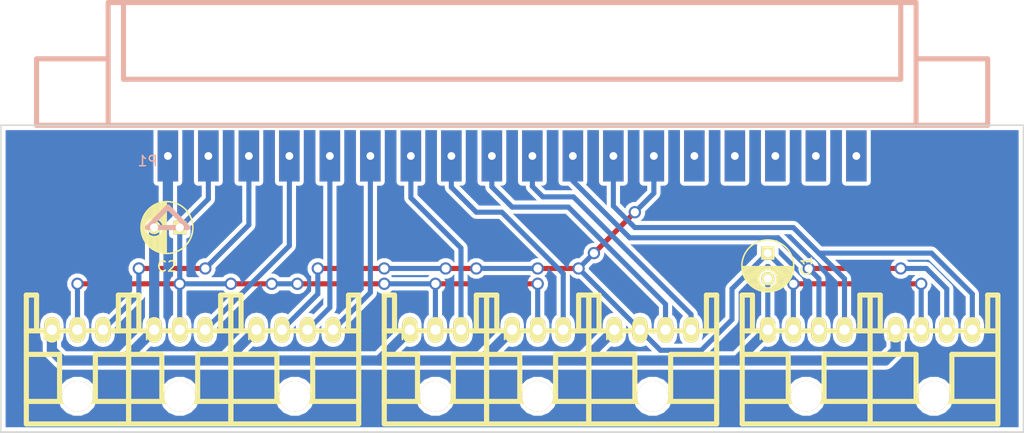
<source format=kicad_pcb>
(kicad_pcb (version 4) (host pcbnew 4.0.3-stable)

  (general
    (links 32)
    (no_connects 0)
    (area -0.075001 -0.075001 100.075001 30.075001)
    (thickness 1.6)
    (drawings 4)
    (tracks 129)
    (zones 0)
    (modules 11)
    (nets 14)
  )

  (page A4)
  (layers
    (0 F.Cu signal)
    (31 B.Cu signal)
    (32 B.Adhes user)
    (33 F.Adhes user)
    (34 B.Paste user)
    (35 F.Paste user)
    (36 B.SilkS user)
    (37 F.SilkS user)
    (38 B.Mask user)
    (39 F.Mask user)
    (40 Dwgs.User user)
    (41 Cmts.User user)
    (42 Eco1.User user)
    (43 Eco2.User user)
    (44 Edge.Cuts user)
    (45 Margin user)
    (46 B.CrtYd user)
    (47 F.CrtYd user)
    (48 B.Fab user)
    (49 F.Fab user)
  )

  (setup
    (last_trace_width 0.5)
    (user_trace_width 0.5)
    (user_trace_width 1)
    (trace_clearance 0.2)
    (zone_clearance 0.4)
    (zone_45_only no)
    (trace_min 0.2)
    (segment_width 0.2)
    (edge_width 0.15)
    (via_size 0.6)
    (via_drill 0.4)
    (via_min_size 0.4)
    (via_min_drill 0.3)
    (user_via 1.2 0.8)
    (uvia_size 0.3)
    (uvia_drill 0.1)
    (uvias_allowed no)
    (uvia_min_size 0.2)
    (uvia_min_drill 0.1)
    (pcb_text_width 0.3)
    (pcb_text_size 1.5 1.5)
    (mod_edge_width 0.15)
    (mod_text_size 1 1)
    (mod_text_width 0.15)
    (pad_size 1.524 1.524)
    (pad_drill 0.762)
    (pad_to_mask_clearance 0.2)
    (aux_axis_origin 0 0)
    (visible_elements 7FFFFFFF)
    (pcbplotparams
      (layerselection 0x00030_80000001)
      (usegerberextensions false)
      (excludeedgelayer true)
      (linewidth 0.100000)
      (plotframeref false)
      (viasonmask false)
      (mode 1)
      (useauxorigin false)
      (hpglpennumber 1)
      (hpglpenspeed 20)
      (hpglpendiameter 15)
      (hpglpenoverlay 2)
      (psnegative false)
      (psa4output false)
      (plotreference true)
      (plotvalue true)
      (plotinvisibletext false)
      (padsonsilk false)
      (subtractmaskfromsilk false)
      (outputformat 1)
      (mirror false)
      (drillshape 1)
      (scaleselection 1)
      (outputdirectory ""))
  )

  (net 0 "")
  (net 1 +12V)
  (net 2 GND)
  (net 3 +3.3V)
  (net 4 /LIMIT_A1)
  (net 5 /LIMIT_A2)
  (net 6 /ENC_Ab)
  (net 7 /ENC_Aa)
  (net 8 /LIMIT_B1)
  (net 9 /LIMIT_B2)
  (net 10 /ENC_Bb)
  (net 11 /ENC_Ba)
  (net 12 /CAN_H)
  (net 13 /CAN_L)

  (net_class Default "これは標準のネット クラスです。"
    (clearance 0.2)
    (trace_width 0.25)
    (via_dia 0.6)
    (via_drill 0.4)
    (uvia_dia 0.3)
    (uvia_drill 0.1)
    (add_net +12V)
    (add_net +3.3V)
    (add_net /CAN_H)
    (add_net /CAN_L)
    (add_net /ENC_Aa)
    (add_net /ENC_Ab)
    (add_net /ENC_Ba)
    (add_net /ENC_Bb)
    (add_net /LIMIT_A1)
    (add_net /LIMIT_A2)
    (add_net /LIMIT_B1)
    (add_net /LIMIT_B2)
    (add_net GND)
  )

  (module Capacitors_ThroughHole:C_Radial_D5_L6_P2.5 (layer F.Cu) (tedit 0) (tstamp 57C5393A)
    (at 75 12.5 270)
    (descr "Radial Electrolytic Capacitor Diameter 5mm x Length 6mm, Pitch 2.5mm")
    (tags "Electrolytic Capacitor")
    (path /57C53AAE)
    (fp_text reference C1 (at 1.25 -3.8 270) (layer F.SilkS)
      (effects (font (size 1 1) (thickness 0.15)))
    )
    (fp_text value C (at 1.25 3.8 270) (layer F.Fab)
      (effects (font (size 1 1) (thickness 0.15)))
    )
    (fp_line (start 1.325 -2.499) (end 1.325 2.499) (layer F.SilkS) (width 0.15))
    (fp_line (start 1.465 -2.491) (end 1.465 2.491) (layer F.SilkS) (width 0.15))
    (fp_line (start 1.605 -2.475) (end 1.605 -0.095) (layer F.SilkS) (width 0.15))
    (fp_line (start 1.605 0.095) (end 1.605 2.475) (layer F.SilkS) (width 0.15))
    (fp_line (start 1.745 -2.451) (end 1.745 -0.49) (layer F.SilkS) (width 0.15))
    (fp_line (start 1.745 0.49) (end 1.745 2.451) (layer F.SilkS) (width 0.15))
    (fp_line (start 1.885 -2.418) (end 1.885 -0.657) (layer F.SilkS) (width 0.15))
    (fp_line (start 1.885 0.657) (end 1.885 2.418) (layer F.SilkS) (width 0.15))
    (fp_line (start 2.025 -2.377) (end 2.025 -0.764) (layer F.SilkS) (width 0.15))
    (fp_line (start 2.025 0.764) (end 2.025 2.377) (layer F.SilkS) (width 0.15))
    (fp_line (start 2.165 -2.327) (end 2.165 -0.835) (layer F.SilkS) (width 0.15))
    (fp_line (start 2.165 0.835) (end 2.165 2.327) (layer F.SilkS) (width 0.15))
    (fp_line (start 2.305 -2.266) (end 2.305 -0.879) (layer F.SilkS) (width 0.15))
    (fp_line (start 2.305 0.879) (end 2.305 2.266) (layer F.SilkS) (width 0.15))
    (fp_line (start 2.445 -2.196) (end 2.445 -0.898) (layer F.SilkS) (width 0.15))
    (fp_line (start 2.445 0.898) (end 2.445 2.196) (layer F.SilkS) (width 0.15))
    (fp_line (start 2.585 -2.114) (end 2.585 -0.896) (layer F.SilkS) (width 0.15))
    (fp_line (start 2.585 0.896) (end 2.585 2.114) (layer F.SilkS) (width 0.15))
    (fp_line (start 2.725 -2.019) (end 2.725 -0.871) (layer F.SilkS) (width 0.15))
    (fp_line (start 2.725 0.871) (end 2.725 2.019) (layer F.SilkS) (width 0.15))
    (fp_line (start 2.865 -1.908) (end 2.865 -0.823) (layer F.SilkS) (width 0.15))
    (fp_line (start 2.865 0.823) (end 2.865 1.908) (layer F.SilkS) (width 0.15))
    (fp_line (start 3.005 -1.78) (end 3.005 -0.745) (layer F.SilkS) (width 0.15))
    (fp_line (start 3.005 0.745) (end 3.005 1.78) (layer F.SilkS) (width 0.15))
    (fp_line (start 3.145 -1.631) (end 3.145 -0.628) (layer F.SilkS) (width 0.15))
    (fp_line (start 3.145 0.628) (end 3.145 1.631) (layer F.SilkS) (width 0.15))
    (fp_line (start 3.285 -1.452) (end 3.285 -0.44) (layer F.SilkS) (width 0.15))
    (fp_line (start 3.285 0.44) (end 3.285 1.452) (layer F.SilkS) (width 0.15))
    (fp_line (start 3.425 -1.233) (end 3.425 1.233) (layer F.SilkS) (width 0.15))
    (fp_line (start 3.565 -0.944) (end 3.565 0.944) (layer F.SilkS) (width 0.15))
    (fp_line (start 3.705 -0.472) (end 3.705 0.472) (layer F.SilkS) (width 0.15))
    (fp_circle (center 2.5 0) (end 2.5 -0.9) (layer F.SilkS) (width 0.15))
    (fp_circle (center 1.25 0) (end 1.25 -2.5375) (layer F.SilkS) (width 0.15))
    (fp_circle (center 1.25 0) (end 1.25 -2.8) (layer F.CrtYd) (width 0.05))
    (pad 1 thru_hole rect (at 0 0 270) (size 1.3 1.3) (drill 0.8) (layers *.Cu *.Mask F.SilkS)
      (net 1 +12V))
    (pad 2 thru_hole circle (at 2.5 0 270) (size 1.3 1.3) (drill 0.8) (layers *.Cu *.Mask F.SilkS)
      (net 2 GND))
    (model Capacitors_ThroughHole.3dshapes/C_Radial_D5_L6_P2.5.wrl
      (at (xyz 0.0492126 0 0))
      (scale (xyz 1 1 1))
      (rotate (xyz 0 0 90))
    )
  )

  (module Capacitors_ThroughHole:C_Radial_D5_L6_P2.5 (layer F.Cu) (tedit 0) (tstamp 57C53940)
    (at 17.5 10 180)
    (descr "Radial Electrolytic Capacitor Diameter 5mm x Length 6mm, Pitch 2.5mm")
    (tags "Electrolytic Capacitor")
    (path /57C53AED)
    (fp_text reference C2 (at 1.25 -3.8 180) (layer F.SilkS)
      (effects (font (size 1 1) (thickness 0.15)))
    )
    (fp_text value C (at 1.25 3.8 180) (layer F.Fab)
      (effects (font (size 1 1) (thickness 0.15)))
    )
    (fp_line (start 1.325 -2.499) (end 1.325 2.499) (layer F.SilkS) (width 0.15))
    (fp_line (start 1.465 -2.491) (end 1.465 2.491) (layer F.SilkS) (width 0.15))
    (fp_line (start 1.605 -2.475) (end 1.605 -0.095) (layer F.SilkS) (width 0.15))
    (fp_line (start 1.605 0.095) (end 1.605 2.475) (layer F.SilkS) (width 0.15))
    (fp_line (start 1.745 -2.451) (end 1.745 -0.49) (layer F.SilkS) (width 0.15))
    (fp_line (start 1.745 0.49) (end 1.745 2.451) (layer F.SilkS) (width 0.15))
    (fp_line (start 1.885 -2.418) (end 1.885 -0.657) (layer F.SilkS) (width 0.15))
    (fp_line (start 1.885 0.657) (end 1.885 2.418) (layer F.SilkS) (width 0.15))
    (fp_line (start 2.025 -2.377) (end 2.025 -0.764) (layer F.SilkS) (width 0.15))
    (fp_line (start 2.025 0.764) (end 2.025 2.377) (layer F.SilkS) (width 0.15))
    (fp_line (start 2.165 -2.327) (end 2.165 -0.835) (layer F.SilkS) (width 0.15))
    (fp_line (start 2.165 0.835) (end 2.165 2.327) (layer F.SilkS) (width 0.15))
    (fp_line (start 2.305 -2.266) (end 2.305 -0.879) (layer F.SilkS) (width 0.15))
    (fp_line (start 2.305 0.879) (end 2.305 2.266) (layer F.SilkS) (width 0.15))
    (fp_line (start 2.445 -2.196) (end 2.445 -0.898) (layer F.SilkS) (width 0.15))
    (fp_line (start 2.445 0.898) (end 2.445 2.196) (layer F.SilkS) (width 0.15))
    (fp_line (start 2.585 -2.114) (end 2.585 -0.896) (layer F.SilkS) (width 0.15))
    (fp_line (start 2.585 0.896) (end 2.585 2.114) (layer F.SilkS) (width 0.15))
    (fp_line (start 2.725 -2.019) (end 2.725 -0.871) (layer F.SilkS) (width 0.15))
    (fp_line (start 2.725 0.871) (end 2.725 2.019) (layer F.SilkS) (width 0.15))
    (fp_line (start 2.865 -1.908) (end 2.865 -0.823) (layer F.SilkS) (width 0.15))
    (fp_line (start 2.865 0.823) (end 2.865 1.908) (layer F.SilkS) (width 0.15))
    (fp_line (start 3.005 -1.78) (end 3.005 -0.745) (layer F.SilkS) (width 0.15))
    (fp_line (start 3.005 0.745) (end 3.005 1.78) (layer F.SilkS) (width 0.15))
    (fp_line (start 3.145 -1.631) (end 3.145 -0.628) (layer F.SilkS) (width 0.15))
    (fp_line (start 3.145 0.628) (end 3.145 1.631) (layer F.SilkS) (width 0.15))
    (fp_line (start 3.285 -1.452) (end 3.285 -0.44) (layer F.SilkS) (width 0.15))
    (fp_line (start 3.285 0.44) (end 3.285 1.452) (layer F.SilkS) (width 0.15))
    (fp_line (start 3.425 -1.233) (end 3.425 1.233) (layer F.SilkS) (width 0.15))
    (fp_line (start 3.565 -0.944) (end 3.565 0.944) (layer F.SilkS) (width 0.15))
    (fp_line (start 3.705 -0.472) (end 3.705 0.472) (layer F.SilkS) (width 0.15))
    (fp_circle (center 2.5 0) (end 2.5 -0.9) (layer F.SilkS) (width 0.15))
    (fp_circle (center 1.25 0) (end 1.25 -2.5375) (layer F.SilkS) (width 0.15))
    (fp_circle (center 1.25 0) (end 1.25 -2.8) (layer F.CrtYd) (width 0.05))
    (pad 1 thru_hole rect (at 0 0 180) (size 1.3 1.3) (drill 0.8) (layers *.Cu *.Mask F.SilkS)
      (net 3 +3.3V))
    (pad 2 thru_hole circle (at 2.5 0 180) (size 1.3 1.3) (drill 0.8) (layers *.Cu *.Mask F.SilkS)
      (net 2 GND))
    (model Capacitors_ThroughHole.3dshapes/C_Radial_D5_L6_P2.5.wrl
      (at (xyz 0.0492126 0 0))
      (scale (xyz 1 1 1))
      (rotate (xyz 0 0 90))
    )
  )

  (module RP_KiCAD_Connector:XA_4LC (layer F.Cu) (tedit 5763BBB7) (tstamp 57C53966)
    (at 25 20)
    (path /57C53C29)
    (fp_text reference P4 (at 0 0.5) (layer F.SilkS)
      (effects (font (size 1 1) (thickness 0.15)))
    )
    (fp_text value CONN_01X04 (at 0 -0.5) (layer F.Fab)
      (effects (font (size 1 1) (thickness 0.15)))
    )
    (fp_line (start 10 -3.4) (end 9 -3.4) (layer F.SilkS) (width 0.5))
    (fp_line (start 9 -3.4) (end 9 0.1) (layer F.SilkS) (width 0.5))
    (fp_line (start -2.5 -3.4) (end -1.5 -3.4) (layer F.SilkS) (width 0.5))
    (fp_line (start -1.5 -3.4) (end -1.5 0.1) (layer F.SilkS) (width 0.5))
    (fp_line (start 10 0.1) (end -2.5 0.1) (layer F.SilkS) (width 0.5))
    (fp_line (start 5.5 2.4) (end 10 2.4) (layer F.SilkS) (width 0.5))
    (fp_line (start 2 2.4) (end -2.5 2.4) (layer F.SilkS) (width 0.5))
    (fp_line (start 5.5 2.4) (end 5.5 7) (layer F.SilkS) (width 0.5))
    (fp_line (start 2 2.4) (end 2 7) (layer F.SilkS) (width 0.5))
    (fp_line (start -2.5 7) (end 10 7) (layer F.SilkS) (width 0.5))
    (fp_line (start 10 -3.4) (end 10 9.2) (layer F.SilkS) (width 0.5))
    (fp_line (start 10 9.2) (end -2.5 9.2) (layer F.SilkS) (width 0.5))
    (fp_line (start -2.5 -3.4) (end -2.5 9.2) (layer F.SilkS) (width 0.5))
    (pad 1 thru_hole oval (at 0 0) (size 1.5 2.5) (drill 1) (layers *.Cu *.Mask F.SilkS)
      (net 2 GND))
    (pad 2 thru_hole oval (at 2.5 0) (size 1.5 2.5) (drill 1) (layers *.Cu *.Mask F.SilkS)
      (net 1 +12V))
    (pad 3 thru_hole oval (at 5 0) (size 1.5 2.5) (drill 1) (layers *.Cu *.Mask F.SilkS)
      (net 7 /ENC_Aa))
    (pad 4 thru_hole oval (at 7.5 0) (size 1.5 2.5) (drill 1) (layers *.Cu *.Mask F.SilkS)
      (net 6 /ENC_Ab))
    (pad "" thru_hole circle (at 3.75 6.5) (size 3 3) (drill 3) (layers *.Cu *.Mask F.SilkS)
      (clearance -0.3))
    (model conn_XA/XA_4S.wrl
      (at (xyz 0.15 -0.2 0))
      (scale (xyz 4 4 4))
      (rotate (xyz 0 0 180))
    )
  )

  (module RP_KiCAD_Connector:XA_4LC (layer F.Cu) (tedit 5763BBB7) (tstamp 57C5396F)
    (at 60 20)
    (path /57C53C80)
    (fp_text reference P5 (at 0 0.5) (layer F.SilkS)
      (effects (font (size 1 1) (thickness 0.15)))
    )
    (fp_text value CONN_01X04 (at 0 -0.5) (layer F.Fab)
      (effects (font (size 1 1) (thickness 0.15)))
    )
    (fp_line (start 10 -3.4) (end 9 -3.4) (layer F.SilkS) (width 0.5))
    (fp_line (start 9 -3.4) (end 9 0.1) (layer F.SilkS) (width 0.5))
    (fp_line (start -2.5 -3.4) (end -1.5 -3.4) (layer F.SilkS) (width 0.5))
    (fp_line (start -1.5 -3.4) (end -1.5 0.1) (layer F.SilkS) (width 0.5))
    (fp_line (start 10 0.1) (end -2.5 0.1) (layer F.SilkS) (width 0.5))
    (fp_line (start 5.5 2.4) (end 10 2.4) (layer F.SilkS) (width 0.5))
    (fp_line (start 2 2.4) (end -2.5 2.4) (layer F.SilkS) (width 0.5))
    (fp_line (start 5.5 2.4) (end 5.5 7) (layer F.SilkS) (width 0.5))
    (fp_line (start 2 2.4) (end 2 7) (layer F.SilkS) (width 0.5))
    (fp_line (start -2.5 7) (end 10 7) (layer F.SilkS) (width 0.5))
    (fp_line (start 10 -3.4) (end 10 9.2) (layer F.SilkS) (width 0.5))
    (fp_line (start 10 9.2) (end -2.5 9.2) (layer F.SilkS) (width 0.5))
    (fp_line (start -2.5 -3.4) (end -2.5 9.2) (layer F.SilkS) (width 0.5))
    (pad 1 thru_hole oval (at 0 0) (size 1.5 2.5) (drill 1) (layers *.Cu *.Mask F.SilkS)
      (net 2 GND))
    (pad 2 thru_hole oval (at 2.5 0) (size 1.5 2.5) (drill 1) (layers *.Cu *.Mask F.SilkS)
      (net 1 +12V))
    (pad 3 thru_hole oval (at 5 0) (size 1.5 2.5) (drill 1) (layers *.Cu *.Mask F.SilkS)
      (net 11 /ENC_Ba))
    (pad 4 thru_hole oval (at 7.5 0) (size 1.5 2.5) (drill 1) (layers *.Cu *.Mask F.SilkS)
      (net 10 /ENC_Bb))
    (pad "" thru_hole circle (at 3.75 6.5) (size 3 3) (drill 3) (layers *.Cu *.Mask F.SilkS)
      (clearance -0.3))
    (model conn_XA/XA_4S.wrl
      (at (xyz 0.15 -0.2 0))
      (scale (xyz 4 4 4))
      (rotate (xyz 0 0 180))
    )
  )

  (module RP_KiCAD_Connector:XA_3LC (layer F.Cu) (tedit 5763B26E) (tstamp 57C53977)
    (at 5 20)
    (path /57C53CD2)
    (fp_text reference P6 (at 0 0.5) (layer F.SilkS)
      (effects (font (size 1 1) (thickness 0.15)))
    )
    (fp_text value CONN_01X03 (at 0 -0.5) (layer F.Fab)
      (effects (font (size 1 1) (thickness 0.15)))
    )
    (fp_line (start 6.5 -3.4) (end 6.5 0.1) (layer F.SilkS) (width 0.5))
    (fp_line (start -2.5 -3.4) (end -1.5 -3.4) (layer F.SilkS) (width 0.5))
    (fp_line (start -1.5 -3.4) (end -1.5 0.1) (layer F.SilkS) (width 0.5))
    (fp_line (start 7.5 0.1) (end -2.5 0.1) (layer F.SilkS) (width 0.5))
    (fp_line (start 7.5 -3.4) (end 6.5 -3.4) (layer F.SilkS) (width 0.5))
    (fp_line (start 4.25 2.4) (end 7.5 2.4) (layer F.SilkS) (width 0.5))
    (fp_line (start 0.75 2.4) (end -2.5 2.4) (layer F.SilkS) (width 0.5))
    (fp_line (start 4.25 2.4) (end 4.25 7) (layer F.SilkS) (width 0.5))
    (fp_line (start 0.75 2.4) (end 0.75 7) (layer F.SilkS) (width 0.5))
    (fp_line (start -2.5 7) (end 7.5 7) (layer F.SilkS) (width 0.5))
    (fp_line (start 7.5 -3.4) (end 7.5 9.2) (layer F.SilkS) (width 0.5))
    (fp_line (start 7.5 9.2) (end -2.5 9.2) (layer F.SilkS) (width 0.5))
    (fp_line (start -2.5 -3.4) (end -2.5 9.2) (layer F.SilkS) (width 0.5))
    (pad 1 thru_hole oval (at 0 0) (size 1.5 2.5) (drill 1) (layers *.Cu *.Mask F.SilkS)
      (net 2 GND))
    (pad 2 thru_hole oval (at 2.5 0) (size 1.5 2.5) (drill 1) (layers *.Cu *.Mask F.SilkS)
      (net 3 +3.3V))
    (pad 3 thru_hole oval (at 5 0) (size 1.5 2.5) (drill 1) (layers *.Cu *.Mask F.SilkS)
      (net 4 /LIMIT_A1))
    (pad "" thru_hole circle (at 2.5 6.5) (size 3 3) (drill 3) (layers *.Cu *.Mask F.SilkS)
      (clearance -0.3))
    (model conn_XA/XA_3S.wrl
      (at (xyz 0.1 -0.2 0))
      (scale (xyz 4 4 4))
      (rotate (xyz 0 0 180))
    )
  )

  (module RP_KiCAD_Connector:XA_3LC (layer F.Cu) (tedit 5763B26E) (tstamp 57C5397F)
    (at 15 20)
    (path /57C53D7B)
    (fp_text reference P7 (at 0 0.5) (layer F.SilkS)
      (effects (font (size 1 1) (thickness 0.15)))
    )
    (fp_text value CONN_01X03 (at 0 -0.5) (layer F.Fab)
      (effects (font (size 1 1) (thickness 0.15)))
    )
    (fp_line (start 6.5 -3.4) (end 6.5 0.1) (layer F.SilkS) (width 0.5))
    (fp_line (start -2.5 -3.4) (end -1.5 -3.4) (layer F.SilkS) (width 0.5))
    (fp_line (start -1.5 -3.4) (end -1.5 0.1) (layer F.SilkS) (width 0.5))
    (fp_line (start 7.5 0.1) (end -2.5 0.1) (layer F.SilkS) (width 0.5))
    (fp_line (start 7.5 -3.4) (end 6.5 -3.4) (layer F.SilkS) (width 0.5))
    (fp_line (start 4.25 2.4) (end 7.5 2.4) (layer F.SilkS) (width 0.5))
    (fp_line (start 0.75 2.4) (end -2.5 2.4) (layer F.SilkS) (width 0.5))
    (fp_line (start 4.25 2.4) (end 4.25 7) (layer F.SilkS) (width 0.5))
    (fp_line (start 0.75 2.4) (end 0.75 7) (layer F.SilkS) (width 0.5))
    (fp_line (start -2.5 7) (end 7.5 7) (layer F.SilkS) (width 0.5))
    (fp_line (start 7.5 -3.4) (end 7.5 9.2) (layer F.SilkS) (width 0.5))
    (fp_line (start 7.5 9.2) (end -2.5 9.2) (layer F.SilkS) (width 0.5))
    (fp_line (start -2.5 -3.4) (end -2.5 9.2) (layer F.SilkS) (width 0.5))
    (pad 1 thru_hole oval (at 0 0) (size 1.5 2.5) (drill 1) (layers *.Cu *.Mask F.SilkS)
      (net 2 GND))
    (pad 2 thru_hole oval (at 2.5 0) (size 1.5 2.5) (drill 1) (layers *.Cu *.Mask F.SilkS)
      (net 3 +3.3V))
    (pad 3 thru_hole oval (at 5 0) (size 1.5 2.5) (drill 1) (layers *.Cu *.Mask F.SilkS)
      (net 5 /LIMIT_A2))
    (pad "" thru_hole circle (at 2.5 6.5) (size 3 3) (drill 3) (layers *.Cu *.Mask F.SilkS)
      (clearance -0.3))
    (model conn_XA/XA_3S.wrl
      (at (xyz 0.1 -0.2 0))
      (scale (xyz 4 4 4))
      (rotate (xyz 0 0 180))
    )
  )

  (module RP_KiCAD_Connector:XA_3LC (layer F.Cu) (tedit 5763B26E) (tstamp 57C53987)
    (at 40 20)
    (path /57C53DB6)
    (fp_text reference P8 (at 0 0.5) (layer F.SilkS)
      (effects (font (size 1 1) (thickness 0.15)))
    )
    (fp_text value CONN_01X03 (at 0 -0.5) (layer F.Fab)
      (effects (font (size 1 1) (thickness 0.15)))
    )
    (fp_line (start 6.5 -3.4) (end 6.5 0.1) (layer F.SilkS) (width 0.5))
    (fp_line (start -2.5 -3.4) (end -1.5 -3.4) (layer F.SilkS) (width 0.5))
    (fp_line (start -1.5 -3.4) (end -1.5 0.1) (layer F.SilkS) (width 0.5))
    (fp_line (start 7.5 0.1) (end -2.5 0.1) (layer F.SilkS) (width 0.5))
    (fp_line (start 7.5 -3.4) (end 6.5 -3.4) (layer F.SilkS) (width 0.5))
    (fp_line (start 4.25 2.4) (end 7.5 2.4) (layer F.SilkS) (width 0.5))
    (fp_line (start 0.75 2.4) (end -2.5 2.4) (layer F.SilkS) (width 0.5))
    (fp_line (start 4.25 2.4) (end 4.25 7) (layer F.SilkS) (width 0.5))
    (fp_line (start 0.75 2.4) (end 0.75 7) (layer F.SilkS) (width 0.5))
    (fp_line (start -2.5 7) (end 7.5 7) (layer F.SilkS) (width 0.5))
    (fp_line (start 7.5 -3.4) (end 7.5 9.2) (layer F.SilkS) (width 0.5))
    (fp_line (start 7.5 9.2) (end -2.5 9.2) (layer F.SilkS) (width 0.5))
    (fp_line (start -2.5 -3.4) (end -2.5 9.2) (layer F.SilkS) (width 0.5))
    (pad 1 thru_hole oval (at 0 0) (size 1.5 2.5) (drill 1) (layers *.Cu *.Mask F.SilkS)
      (net 2 GND))
    (pad 2 thru_hole oval (at 2.5 0) (size 1.5 2.5) (drill 1) (layers *.Cu *.Mask F.SilkS)
      (net 3 +3.3V))
    (pad 3 thru_hole oval (at 5 0) (size 1.5 2.5) (drill 1) (layers *.Cu *.Mask F.SilkS)
      (net 8 /LIMIT_B1))
    (pad "" thru_hole circle (at 2.5 6.5) (size 3 3) (drill 3) (layers *.Cu *.Mask F.SilkS)
      (clearance -0.3))
    (model conn_XA/XA_3S.wrl
      (at (xyz 0.1 -0.2 0))
      (scale (xyz 4 4 4))
      (rotate (xyz 0 0 180))
    )
  )

  (module RP_KiCAD_Connector:XA_3LC (layer F.Cu) (tedit 5763B26E) (tstamp 57C5398F)
    (at 50 20)
    (path /57C53DF8)
    (fp_text reference P9 (at 0 0.5) (layer F.SilkS)
      (effects (font (size 1 1) (thickness 0.15)))
    )
    (fp_text value CONN_01X03 (at 0 -0.5) (layer F.Fab)
      (effects (font (size 1 1) (thickness 0.15)))
    )
    (fp_line (start 6.5 -3.4) (end 6.5 0.1) (layer F.SilkS) (width 0.5))
    (fp_line (start -2.5 -3.4) (end -1.5 -3.4) (layer F.SilkS) (width 0.5))
    (fp_line (start -1.5 -3.4) (end -1.5 0.1) (layer F.SilkS) (width 0.5))
    (fp_line (start 7.5 0.1) (end -2.5 0.1) (layer F.SilkS) (width 0.5))
    (fp_line (start 7.5 -3.4) (end 6.5 -3.4) (layer F.SilkS) (width 0.5))
    (fp_line (start 4.25 2.4) (end 7.5 2.4) (layer F.SilkS) (width 0.5))
    (fp_line (start 0.75 2.4) (end -2.5 2.4) (layer F.SilkS) (width 0.5))
    (fp_line (start 4.25 2.4) (end 4.25 7) (layer F.SilkS) (width 0.5))
    (fp_line (start 0.75 2.4) (end 0.75 7) (layer F.SilkS) (width 0.5))
    (fp_line (start -2.5 7) (end 7.5 7) (layer F.SilkS) (width 0.5))
    (fp_line (start 7.5 -3.4) (end 7.5 9.2) (layer F.SilkS) (width 0.5))
    (fp_line (start 7.5 9.2) (end -2.5 9.2) (layer F.SilkS) (width 0.5))
    (fp_line (start -2.5 -3.4) (end -2.5 9.2) (layer F.SilkS) (width 0.5))
    (pad 1 thru_hole oval (at 0 0) (size 1.5 2.5) (drill 1) (layers *.Cu *.Mask F.SilkS)
      (net 2 GND))
    (pad 2 thru_hole oval (at 2.5 0) (size 1.5 2.5) (drill 1) (layers *.Cu *.Mask F.SilkS)
      (net 3 +3.3V))
    (pad 3 thru_hole oval (at 5 0) (size 1.5 2.5) (drill 1) (layers *.Cu *.Mask F.SilkS)
      (net 9 /LIMIT_B2))
    (pad "" thru_hole circle (at 2.5 6.5) (size 3 3) (drill 3) (layers *.Cu *.Mask F.SilkS)
      (clearance -0.3))
    (model conn_XA/XA_3S.wrl
      (at (xyz 0.1 -0.2 0))
      (scale (xyz 4 4 4))
      (rotate (xyz 0 0 180))
    )
  )

  (module RP_KiCAD_Connector:XA_4LC (layer F.Cu) (tedit 5763BBB7) (tstamp 57CD2471)
    (at 75 20)
    (path /57CD30B9)
    (fp_text reference P2 (at 0 0.5) (layer F.SilkS)
      (effects (font (size 1 1) (thickness 0.15)))
    )
    (fp_text value CONN_01X04 (at 0 -0.5) (layer F.Fab)
      (effects (font (size 1 1) (thickness 0.15)))
    )
    (fp_line (start 10 -3.4) (end 9 -3.4) (layer F.SilkS) (width 0.5))
    (fp_line (start 9 -3.4) (end 9 0.1) (layer F.SilkS) (width 0.5))
    (fp_line (start -2.5 -3.4) (end -1.5 -3.4) (layer F.SilkS) (width 0.5))
    (fp_line (start -1.5 -3.4) (end -1.5 0.1) (layer F.SilkS) (width 0.5))
    (fp_line (start 10 0.1) (end -2.5 0.1) (layer F.SilkS) (width 0.5))
    (fp_line (start 5.5 2.4) (end 10 2.4) (layer F.SilkS) (width 0.5))
    (fp_line (start 2 2.4) (end -2.5 2.4) (layer F.SilkS) (width 0.5))
    (fp_line (start 5.5 2.4) (end 5.5 7) (layer F.SilkS) (width 0.5))
    (fp_line (start 2 2.4) (end 2 7) (layer F.SilkS) (width 0.5))
    (fp_line (start -2.5 7) (end 10 7) (layer F.SilkS) (width 0.5))
    (fp_line (start 10 -3.4) (end 10 9.2) (layer F.SilkS) (width 0.5))
    (fp_line (start 10 9.2) (end -2.5 9.2) (layer F.SilkS) (width 0.5))
    (fp_line (start -2.5 -3.4) (end -2.5 9.2) (layer F.SilkS) (width 0.5))
    (pad 1 thru_hole oval (at 0 0) (size 1.5 2.5) (drill 1) (layers *.Cu *.Mask F.SilkS)
      (net 2 GND))
    (pad 2 thru_hole oval (at 2.5 0) (size 1.5 2.5) (drill 1) (layers *.Cu *.Mask F.SilkS)
      (net 1 +12V))
    (pad 3 thru_hole oval (at 5 0) (size 1.5 2.5) (drill 1) (layers *.Cu *.Mask F.SilkS)
      (net 12 /CAN_H))
    (pad 4 thru_hole oval (at 7.5 0) (size 1.5 2.5) (drill 1) (layers *.Cu *.Mask F.SilkS)
      (net 13 /CAN_L))
    (pad "" thru_hole circle (at 3.75 6.5) (size 3 3) (drill 3) (layers *.Cu *.Mask F.SilkS)
      (clearance -0.3))
    (model conn_XA/XA_4S.wrl
      (at (xyz 0.15 -0.2 0))
      (scale (xyz 4 4 4))
      (rotate (xyz 0 0 180))
    )
  )

  (module RP_KiCAD_Connector:XA_4LC (layer F.Cu) (tedit 5763BBB7) (tstamp 57CD2479)
    (at 87.5 20)
    (path /57CD30BF)
    (fp_text reference P3 (at 0 0.5) (layer F.SilkS)
      (effects (font (size 1 1) (thickness 0.15)))
    )
    (fp_text value CONN_01X04 (at 0 -0.5) (layer F.Fab)
      (effects (font (size 1 1) (thickness 0.15)))
    )
    (fp_line (start 10 -3.4) (end 9 -3.4) (layer F.SilkS) (width 0.5))
    (fp_line (start 9 -3.4) (end 9 0.1) (layer F.SilkS) (width 0.5))
    (fp_line (start -2.5 -3.4) (end -1.5 -3.4) (layer F.SilkS) (width 0.5))
    (fp_line (start -1.5 -3.4) (end -1.5 0.1) (layer F.SilkS) (width 0.5))
    (fp_line (start 10 0.1) (end -2.5 0.1) (layer F.SilkS) (width 0.5))
    (fp_line (start 5.5 2.4) (end 10 2.4) (layer F.SilkS) (width 0.5))
    (fp_line (start 2 2.4) (end -2.5 2.4) (layer F.SilkS) (width 0.5))
    (fp_line (start 5.5 2.4) (end 5.5 7) (layer F.SilkS) (width 0.5))
    (fp_line (start 2 2.4) (end 2 7) (layer F.SilkS) (width 0.5))
    (fp_line (start -2.5 7) (end 10 7) (layer F.SilkS) (width 0.5))
    (fp_line (start 10 -3.4) (end 10 9.2) (layer F.SilkS) (width 0.5))
    (fp_line (start 10 9.2) (end -2.5 9.2) (layer F.SilkS) (width 0.5))
    (fp_line (start -2.5 -3.4) (end -2.5 9.2) (layer F.SilkS) (width 0.5))
    (pad 1 thru_hole oval (at 0 0) (size 1.5 2.5) (drill 1) (layers *.Cu *.Mask F.SilkS)
      (net 2 GND))
    (pad 2 thru_hole oval (at 2.5 0) (size 1.5 2.5) (drill 1) (layers *.Cu *.Mask F.SilkS)
      (net 1 +12V))
    (pad 3 thru_hole oval (at 5 0) (size 1.5 2.5) (drill 1) (layers *.Cu *.Mask F.SilkS)
      (net 12 /CAN_H))
    (pad 4 thru_hole oval (at 7.5 0) (size 1.5 2.5) (drill 1) (layers *.Cu *.Mask F.SilkS)
      (net 13 /CAN_L))
    (pad "" thru_hole circle (at 3.75 6.5) (size 3 3) (drill 3) (layers *.Cu *.Mask F.SilkS)
      (clearance -0.3))
    (model conn_XA/XA_4S.wrl
      (at (xyz 0.15 -0.2 0))
      (scale (xyz 4 4 4))
      (rotate (xyz 0 0 180))
    )
  )

  (module "RP_KiCAD_Connector:CardEdge_22(44type)_3.96mm_F" (layer B.Cu) (tedit 57CD934D) (tstamp 57CD942D)
    (at 50 0)
    (path /57CD260C)
    (fp_text reference P1 (at -35.64 3.5) (layer B.SilkS)
      (effects (font (size 1 1) (thickness 0.15)) (justify mirror))
    )
    (fp_text value CONN_01X18 (at -35.64 4.5) (layer B.Fab)
      (effects (font (size 1 1) (thickness 0.15)) (justify mirror))
    )
    (fp_line (start 38 -4.5) (end -38 -4.5) (layer B.SilkS) (width 0.5))
    (fp_line (start 38 -4.5) (end 38 -12) (layer B.SilkS) (width 0.5))
    (fp_line (start -38 -4.5) (end -38 -12) (layer B.SilkS) (width 0.5))
    (fp_line (start 46.5 -6.5) (end 39.5 -6.5) (layer B.SilkS) (width 0.5))
    (fp_line (start -46.5 -6.5) (end -39.5 -6.5) (layer B.SilkS) (width 0.5))
    (fp_line (start 46.5 0) (end -46.5 0) (layer B.SilkS) (width 0.5))
    (fp_line (start 39.5 -12) (end 39.5 0) (layer B.SilkS) (width 0.5))
    (fp_line (start -39.5 -12) (end -39.5 0) (layer B.SilkS) (width 0.5))
    (fp_line (start 39.5 -12) (end -39.5 -12) (layer B.SilkS) (width 0.5))
    (fp_line (start -46.5 -6.5) (end -46.5 0) (layer B.SilkS) (width 0.5))
    (fp_line (start 46.5 0) (end 46.5 -6.5) (layer B.SilkS) (width 0.5))
    (fp_line (start -35.64 10) (end -31.68 10) (layer B.SilkS) (width 0.5))
    (fp_line (start -33.66 8) (end -31.68 10) (layer B.SilkS) (width 0.5))
    (fp_line (start -33.66 8) (end -35.64 10) (layer B.SilkS) (width 0.5))
    (pad 1 thru_hole rect (at -33.66 3) (size 2 5) (drill 0.762) (layers *.Cu *.Mask)
      (net 2 GND))
    (pad 2 thru_hole rect (at -29.7 3) (size 2 5) (drill 0.762) (layers *.Cu *.Mask)
      (net 3 +3.3V))
    (pad 3 thru_hole rect (at -25.74 3) (size 2 5) (drill 0.762) (layers *.Cu *.Mask)
      (net 4 /LIMIT_A1))
    (pad 4 thru_hole rect (at -21.78 3) (size 2 5) (drill 0.762) (layers *.Cu *.Mask)
      (net 5 /LIMIT_A2))
    (pad 5 thru_hole rect (at -17.82 3) (size 2 5) (drill 0.762) (layers *.Cu *.Mask)
      (net 7 /ENC_Aa))
    (pad 6 thru_hole rect (at -13.86 3) (size 2 5) (drill 0.762) (layers *.Cu *.Mask)
      (net 6 /ENC_Ab))
    (pad 7 thru_hole rect (at -9.9 3) (size 2 5) (drill 0.762) (layers *.Cu *.Mask)
      (net 8 /LIMIT_B1))
    (pad 8 thru_hole rect (at -5.94 3) (size 2 5) (drill 0.762) (layers *.Cu *.Mask)
      (net 9 /LIMIT_B2))
    (pad 9 thru_hole rect (at -1.98 3) (size 2 5) (drill 0.762) (layers *.Cu *.Mask)
      (net 11 /ENC_Ba))
    (pad 10 thru_hole rect (at 1.98 3) (size 2 5) (drill 0.762) (layers *.Cu *.Mask)
      (net 10 /ENC_Bb))
    (pad 11 thru_hole rect (at 5.94 3) (size 2 5) (drill 0.762) (layers *.Cu *.Mask)
      (net 12 /CAN_H))
    (pad 12 thru_hole rect (at 9.9 3) (size 2 5) (drill 0.762) (layers *.Cu *.Mask)
      (net 13 /CAN_L))
    (pad 13 thru_hole rect (at 13.86 3) (size 2 5) (drill 0.762) (layers *.Cu *.Mask)
      (net 1 +12V))
    (pad 14 thru_hole rect (at 17.82 3) (size 2 5) (drill 0.762) (layers *.Cu *.Mask))
    (pad 15 thru_hole rect (at 21.78 3) (size 2 5) (drill 0.762) (layers *.Cu *.Mask))
    (pad 16 thru_hole rect (at 25.74 3) (size 2 5) (drill 0.762) (layers *.Cu *.Mask))
    (pad 17 thru_hole rect (at 29.7 3) (size 2 5) (drill 0.762) (layers *.Cu *.Mask))
    (pad 18 thru_hole rect (at 33.66 3) (size 2 5) (drill 0.762) (layers *.Cu *.Mask))
  )

  (gr_line (start 100 0) (end 0 0) (angle 90) (layer Edge.Cuts) (width 0.15))
  (gr_line (start 100 30) (end 100 0) (angle 90) (layer Edge.Cuts) (width 0.15))
  (gr_line (start 0 30) (end 100 30) (angle 90) (layer Edge.Cuts) (width 0.15))
  (gr_line (start 0 0) (end 0 30) (angle 90) (layer Edge.Cuts) (width 0.15))

  (segment (start 56.5 14) (end 58 12.5) (width 0.5) (layer B.Cu) (net 1))
  (segment (start 63.86 6.64) (end 63.86 3) (width 0.5) (layer B.Cu) (net 1) (tstamp 57CE7A58) (status 800000))
  (segment (start 62 8.5) (end 63.86 6.64) (width 0.5) (layer B.Cu) (net 1) (tstamp 57CE7A57))
  (via (at 62 8.5) (size 1.2) (drill 0.8) (layers F.Cu B.Cu) (net 1))
  (segment (start 58 12.5) (end 62 8.5) (width 0.5) (layer F.Cu) (net 1) (tstamp 57CE7A54))
  (via (at 58 12.5) (size 1.2) (drill 0.8) (layers F.Cu B.Cu) (net 1))
  (segment (start 63.86 5.14) (end 63.86 3) (width 0.5) (layer B.Cu) (net 1) (tstamp 57CD967F) (status C00000))
  (segment (start 27.5 20) (end 31 16.5) (width 0.5) (layer B.Cu) (net 1))
  (segment (start 56.5 14) (end 62.5 20) (width 0.5) (layer B.Cu) (net 1) (tstamp 57CD9624))
  (via (at 56.5 14) (size 1.2) (drill 0.8) (layers F.Cu B.Cu) (net 1))
  (segment (start 52.5 14) (end 56.5 14) (width 0.5) (layer F.Cu) (net 1) (tstamp 57CD9621))
  (via (at 52.5 14) (size 1.2) (drill 0.8) (layers F.Cu B.Cu) (net 1))
  (segment (start 46.5 14) (end 52.5 14) (width 0.5) (layer B.Cu) (net 1) (tstamp 57CD961E))
  (via (at 46.5 14) (size 1.2) (drill 0.8) (layers F.Cu B.Cu) (net 1))
  (segment (start 43.5 14) (end 46.5 14) (width 0.5) (layer F.Cu) (net 1) (tstamp 57CD961B))
  (via (at 43.5 14) (size 1.2) (drill 0.8) (layers F.Cu B.Cu) (net 1))
  (segment (start 37.5 14) (end 43.5 14) (width 0.5) (layer B.Cu) (net 1) (tstamp 57CD9618))
  (via (at 37.5 14) (size 1.2) (drill 0.8) (layers F.Cu B.Cu) (net 1))
  (segment (start 31 14) (end 37.5 14) (width 0.5) (layer F.Cu) (net 1) (tstamp 57CD9615))
  (via (at 31 14) (size 1.2) (drill 0.8) (layers F.Cu B.Cu) (net 1))
  (segment (start 31 16.5) (end 31 14) (width 0.5) (layer B.Cu) (net 1) (tstamp 57CD9612))
  (segment (start 62.5 20) (end 64.5 22) (width 0.5) (layer B.Cu) (net 1))
  (segment (start 71.5 16) (end 75 12.5) (width 0.5) (layer B.Cu) (net 1) (tstamp 57CD95A6))
  (segment (start 71.5 19) (end 71.5 16) (width 0.5) (layer B.Cu) (net 1) (tstamp 57CD95A4))
  (segment (start 68.5 22) (end 71.5 19) (width 0.5) (layer B.Cu) (net 1) (tstamp 57CD95A2))
  (segment (start 64.5 22) (end 68.5 22) (width 0.5) (layer B.Cu) (net 1) (tstamp 57CD95A0))
  (segment (start 75 12.5) (end 77.5 15) (width 0.5) (layer B.Cu) (net 1))
  (segment (start 77.5 15) (end 77.5 15.5) (width 0.5) (layer B.Cu) (net 1) (tstamp 57CD959D))
  (via (at 90 15.5) (size 1.2) (drill 0.8) (layers F.Cu B.Cu) (net 1))
  (via (at 77.5 15.5) (size 1.2) (drill 0.8) (layers F.Cu B.Cu) (net 1))
  (segment (start 77.5 15.5) (end 90 15.5) (width 0.5) (layer F.Cu) (net 1) (tstamp 57CD94B9))
  (segment (start 77.5 20) (end 77.5 15.5) (width 0.5) (layer B.Cu) (net 1))
  (segment (start 90 15.5) (end 90 20) (width 0.5) (layer B.Cu) (net 1) (tstamp 57CD94CA))
  (segment (start 16.34 3) (end 16.34 8.66) (width 1) (layer B.Cu) (net 2))
  (segment (start 16.34 8.66) (end 15 10) (width 1) (layer B.Cu) (net 2) (tstamp 57CD9627))
  (segment (start 75 15) (end 75 20) (width 0.5) (layer B.Cu) (net 2))
  (segment (start 15 10) (end 15 20) (width 1) (layer B.Cu) (net 2) (tstamp 57CD962A))
  (segment (start 15 20) (end 12 23) (width 1) (layer B.Cu) (net 2))
  (segment (start 25 20) (end 22 23) (width 1) (layer B.Cu) (net 2))
  (segment (start 40 20) (end 37 23) (width 1) (layer B.Cu) (net 2))
  (segment (start 37 23) (end 37.5 23) (width 1) (layer B.Cu) (net 2) (tstamp 57CD9463))
  (segment (start 50 20) (end 47 23) (width 1) (layer B.Cu) (net 2))
  (segment (start 60 20) (end 57 23) (width 1) (layer B.Cu) (net 2))
  (segment (start 75 20) (end 72 23) (width 1) (layer B.Cu) (net 2))
  (segment (start 5 20) (end 5 22) (width 1) (layer B.Cu) (net 2))
  (segment (start 87.5 22) (end 87.5 20) (width 1) (layer B.Cu) (net 2) (tstamp 57CD9454))
  (segment (start 86.5 23) (end 87.5 22) (width 1) (layer B.Cu) (net 2) (tstamp 57CD9453))
  (segment (start 6 23) (end 12 23) (width 1) (layer B.Cu) (net 2) (tstamp 57CD9452))
  (segment (start 12 23) (end 22 23) (width 1) (layer B.Cu) (net 2) (tstamp 57CD946E))
  (segment (start 22 23) (end 37.5 23) (width 1) (layer B.Cu) (net 2) (tstamp 57CD946A))
  (segment (start 37.5 23) (end 47 23) (width 1) (layer B.Cu) (net 2) (tstamp 57CD9466))
  (segment (start 47 23) (end 57 23) (width 1) (layer B.Cu) (net 2) (tstamp 57CD9461))
  (segment (start 57 23) (end 72 23) (width 1) (layer B.Cu) (net 2) (tstamp 57CD945D))
  (segment (start 72 23) (end 86.5 23) (width 1) (layer B.Cu) (net 2) (tstamp 57CD9459))
  (segment (start 5 22) (end 6 23) (width 1) (layer B.Cu) (net 2) (tstamp 57CD9451))
  (segment (start 17.5 15.5) (end 22.5 15.5) (width 0.5) (layer B.Cu) (net 3))
  (segment (start 37.5 15.5) (end 42.5 15.5) (width 0.5) (layer B.Cu) (net 3) (tstamp 57CD9600))
  (via (at 37.5 15.5) (size 1.2) (drill 0.8) (layers F.Cu B.Cu) (net 3))
  (segment (start 29 15.5) (end 37.5 15.5) (width 0.5) (layer F.Cu) (net 3) (tstamp 57CD95FD))
  (via (at 29 15.5) (size 1.2) (drill 0.8) (layers F.Cu B.Cu) (net 3))
  (segment (start 26.5 15.5) (end 29 15.5) (width 0.5) (layer B.Cu) (net 3) (tstamp 57CD95FA))
  (via (at 26.5 15.5) (size 1.2) (drill 0.8) (layers F.Cu B.Cu) (net 3))
  (segment (start 22.5 15.5) (end 26.5 15.5) (width 0.5) (layer F.Cu) (net 3) (tstamp 57CD95F7))
  (via (at 22.5 15.5) (size 1.2) (drill 0.8) (layers F.Cu B.Cu) (net 3))
  (segment (start 17.5 15.5) (end 17.5 10) (width 0.5) (layer B.Cu) (net 3) (status 800000))
  (segment (start 20.3 7.2) (end 20.3 3) (width 0.5) (layer B.Cu) (net 3) (tstamp 57CD95EA) (status 800000))
  (segment (start 17.5 10) (end 20.3 7.2) (width 0.5) (layer B.Cu) (net 3) (tstamp 57CD95E8) (status 400000))
  (segment (start 42.5 20) (end 42.5 15.5) (width 0.5) (layer B.Cu) (net 3))
  (segment (start 52.5 15.5) (end 52.5 20) (width 0.5) (layer B.Cu) (net 3) (tstamp 57CD9484))
  (via (at 42.5 15.5) (size 1.2) (drill 0.8) (layers F.Cu B.Cu) (net 3))
  (segment (start 42.5 15.5) (end 52.5 15.5) (width 0.5) (layer F.Cu) (net 3) (tstamp 57CD9481))
  (via (at 52.5 15.5) (size 1.2) (drill 0.8) (layers F.Cu B.Cu) (net 3))
  (segment (start 7.5 20) (end 7.5 15.5) (width 0.5) (layer B.Cu) (net 3))
  (segment (start 17.5 15.5) (end 17.5 20) (width 0.5) (layer B.Cu) (net 3) (tstamp 57CD9478))
  (via (at 17.5 15.5) (size 1.2) (drill 0.8) (layers F.Cu B.Cu) (net 3))
  (segment (start 7.5 15.5) (end 17.5 15.5) (width 0.5) (layer F.Cu) (net 3) (tstamp 57CD9475))
  (via (at 7.5 15.5) (size 1.2) (drill 0.8) (layers F.Cu B.Cu) (net 3))
  (segment (start 24.26 3) (end 24.26 9.74) (width 0.5) (layer B.Cu) (net 4))
  (segment (start 20 14) (end 13.5 14) (width 0.5) (layer F.Cu) (net 4) (tstamp 57CD95E5))
  (via (at 20 14) (size 1.2) (drill 0.8) (layers F.Cu B.Cu) (net 4))
  (segment (start 24.26 9.74) (end 20 14) (width 0.5) (layer B.Cu) (net 4) (tstamp 57CD95E2))
  (segment (start 10 20) (end 13.5 16.5) (width 0.5) (layer B.Cu) (net 4))
  (via (at 13.5 14) (size 1.2) (drill 0.8) (layers F.Cu B.Cu) (net 4))
  (segment (start 13.5 16.5) (end 13.5 14) (width 0.5) (layer B.Cu) (net 4) (tstamp 57CD95D7))
  (segment (start 20 20) (end 28.22 11.78) (width 0.5) (layer B.Cu) (net 5))
  (segment (start 28.22 11.78) (end 28.22 3) (width 0.5) (layer B.Cu) (net 5) (tstamp 57CD95AA))
  (segment (start 32.5 20) (end 36.14 16.36) (width 0.5) (layer B.Cu) (net 6))
  (segment (start 36.14 16.36) (end 36.14 3) (width 0.5) (layer B.Cu) (net 6) (tstamp 57CD94D2))
  (segment (start 30 20) (end 32.18 17.82) (width 0.5) (layer B.Cu) (net 7))
  (segment (start 32.18 17.82) (end 32.18 3) (width 0.5) (layer B.Cu) (net 7) (tstamp 57CD94CE))
  (segment (start 45 20) (end 45 12) (width 0.5) (layer B.Cu) (net 8))
  (segment (start 40.1 7.1) (end 40.1 3) (width 0.5) (layer B.Cu) (net 8) (tstamp 57CD94D8))
  (segment (start 45 12) (end 40.1 7.1) (width 0.5) (layer B.Cu) (net 8) (tstamp 57CD94D6))
  (segment (start 55 20) (end 55 14.5) (width 0.5) (layer B.Cu) (net 9))
  (segment (start 44.06 6.06) (end 44.06 3) (width 0.5) (layer B.Cu) (net 9) (tstamp 57CD94E1))
  (segment (start 46.5 8.5) (end 44.06 6.06) (width 0.5) (layer B.Cu) (net 9) (tstamp 57CD94E0))
  (segment (start 49 8.5) (end 46.5 8.5) (width 0.5) (layer B.Cu) (net 9) (tstamp 57CD94DE))
  (segment (start 55 14.5) (end 49 8.5) (width 0.5) (layer B.Cu) (net 9) (tstamp 57CD94DC))
  (segment (start 67.5 20) (end 67.5 18.5) (width 0.5) (layer B.Cu) (net 10))
  (segment (start 51.98 5.98) (end 51.98 3) (width 0.5) (layer B.Cu) (net 10) (tstamp 57CD9500))
  (segment (start 53 7) (end 51.98 5.98) (width 0.5) (layer B.Cu) (net 10) (tstamp 57CD94FF))
  (segment (start 56 7) (end 53 7) (width 0.5) (layer B.Cu) (net 10) (tstamp 57CD94FD))
  (segment (start 67.5 18.5) (end 56 7) (width 0.5) (layer B.Cu) (net 10) (tstamp 57CD94FB))
  (segment (start 65 20) (end 65 17.5) (width 0.5) (layer B.Cu) (net 11))
  (segment (start 48.02 6.02) (end 48.02 3) (width 0.5) (layer B.Cu) (net 11) (tstamp 57CD94ED))
  (segment (start 50 8) (end 48.02 6.02) (width 0.5) (layer B.Cu) (net 11) (tstamp 57CD94EC))
  (segment (start 55.5 8) (end 50 8) (width 0.5) (layer B.Cu) (net 11) (tstamp 57CD94EA))
  (segment (start 65 17.5) (end 55.5 8) (width 0.5) (layer B.Cu) (net 11) (tstamp 57CD94E8))
  (via (at 79 14) (size 1.2) (drill 0.8) (layers F.Cu B.Cu) (net 12))
  (segment (start 92.5 20) (end 92.5 16) (width 0.5) (layer B.Cu) (net 12) (tstamp 57CD953F))
  (segment (start 90.5 14) (end 92.5 16) (width 0.5) (layer B.Cu) (net 12) (tstamp 57CD953E))
  (segment (start 88 14) (end 90.5 14) (width 0.5) (layer B.Cu) (net 12) (tstamp 57CD953D))
  (via (at 88 14) (size 1.2) (drill 0.8) (layers F.Cu B.Cu) (net 12))
  (segment (start 88 14) (end 79 14) (width 0.5) (layer F.Cu) (net 12) (tstamp 57CD953A))
  (segment (start 55.94 3) (end 55.94 5.44) (width 0.5) (layer B.Cu) (net 12))
  (segment (start 55.94 5.44) (end 61.5 11) (width 0.5) (layer B.Cu) (net 12) (tstamp 57CD950C))
  (segment (start 61.5 11) (end 76 11) (width 0.5) (layer B.Cu) (net 12) (tstamp 57CD950E))
  (segment (start 76 11) (end 79 14) (width 0.5) (layer B.Cu) (net 12) (tstamp 57CD9510))
  (segment (start 79 14) (end 80 15) (width 0.5) (layer B.Cu) (net 12) (tstamp 57CD9537))
  (segment (start 80 15) (end 80 20) (width 0.5) (layer B.Cu) (net 12) (tstamp 57CD9512))
  (segment (start 95 20) (end 95 16.5) (width 0.5) (layer B.Cu) (net 13))
  (segment (start 91 12.5) (end 80 12.5) (width 0.5) (layer B.Cu) (net 13) (tstamp 57CD9545))
  (segment (start 95 16.5) (end 91 12.5) (width 0.5) (layer B.Cu) (net 13) (tstamp 57CD9543))
  (segment (start 82.5 20) (end 82.5 15) (width 0.5) (layer B.Cu) (net 13))
  (segment (start 59.9 7.9) (end 59.9 3) (width 0.5) (layer B.Cu) (net 13) (tstamp 57CD951C))
  (segment (start 62 10) (end 59.9 7.9) (width 0.5) (layer B.Cu) (net 13) (tstamp 57CD951A))
  (segment (start 77.5 10) (end 62 10) (width 0.5) (layer B.Cu) (net 13) (tstamp 57CD9518))
  (segment (start 82.5 15) (end 80 12.5) (width 0.5) (layer B.Cu) (net 13) (tstamp 57CD9516))
  (segment (start 80 12.5) (end 77.5 10) (width 0.5) (layer B.Cu) (net 13) (tstamp 57CD9549))

  (zone (net 0) (net_name "") (layer B.Cu) (tstamp 57CD9683) (hatch edge 0.508)
    (connect_pads yes (clearance 0.4))
    (min_thickness 0.026)
    (fill yes (arc_segments 16) (thermal_gap 0.508) (thermal_bridge_width 0.508))
    (polygon
      (pts
        (xy 100 30) (xy 0 30) (xy 0 0) (xy 100 0)
      )
    )
    (filled_polygon
      (pts
        (xy 14.918909 0.5) (xy 14.918909 5.5) (xy 14.947707 5.653049) (xy 15.038159 5.793614) (xy 15.176172 5.887915)
        (xy 15.34 5.921091) (xy 15.427 5.921091) (xy 15.427 8.281823) (xy 14.759702 8.949122) (xy 14.398646 9.098307)
        (xy 14.099358 9.397073) (xy 13.937185 9.787629) (xy 13.936816 10.210516) (xy 14.087 10.573989) (xy 14.087 13.154175)
        (xy 14.074568 13.141721) (xy 13.702382 12.987176) (xy 13.299386 12.986824) (xy 12.926931 13.14072) (xy 12.641721 13.425432)
        (xy 12.487176 13.797618) (xy 12.486824 14.200614) (xy 12.64072 14.573069) (xy 12.837 14.769692) (xy 12.837 16.225377)
        (xy 10.579559 18.482817) (xy 10.445061 18.392948) (xy 10 18.30442) (xy 9.554939 18.392948) (xy 9.177635 18.645055)
        (xy 8.925528 19.022359) (xy 8.837 19.46742) (xy 8.837 20.53258) (xy 8.925528 20.977641) (xy 9.177635 21.354945)
        (xy 9.554939 21.607052) (xy 10 21.69558) (xy 10.445061 21.607052) (xy 10.822365 21.354945) (xy 11.074472 20.977641)
        (xy 11.163 20.53258) (xy 11.163 19.774624) (xy 13.968809 16.968814) (xy 13.968812 16.968812) (xy 14.087 16.79193)
        (xy 14.087 18.7807) (xy 13.925528 19.022359) (xy 13.837 19.46742) (xy 13.837 19.871823) (xy 11.621824 22.087)
        (xy 6.378177 22.087) (xy 5.913 21.621824) (xy 5.913 21.2193) (xy 6.074472 20.977641) (xy 6.163 20.53258)
        (xy 6.163 19.46742) (xy 6.337 19.46742) (xy 6.337 20.53258) (xy 6.425528 20.977641) (xy 6.677635 21.354945)
        (xy 7.054939 21.607052) (xy 7.5 21.69558) (xy 7.945061 21.607052) (xy 8.322365 21.354945) (xy 8.574472 20.977641)
        (xy 8.663 20.53258) (xy 8.663 19.46742) (xy 8.574472 19.022359) (xy 8.322365 18.645055) (xy 8.163 18.53857)
        (xy 8.163 16.269506) (xy 8.358279 16.074568) (xy 8.512824 15.702382) (xy 8.513176 15.299386) (xy 8.35928 14.926931)
        (xy 8.074568 14.641721) (xy 7.702382 14.487176) (xy 7.299386 14.486824) (xy 6.926931 14.64072) (xy 6.641721 14.925432)
        (xy 6.487176 15.297618) (xy 6.486824 15.700614) (xy 6.64072 16.073069) (xy 6.837 16.269692) (xy 6.837 18.53857)
        (xy 6.677635 18.645055) (xy 6.425528 19.022359) (xy 6.337 19.46742) (xy 6.163 19.46742) (xy 6.074472 19.022359)
        (xy 5.822365 18.645055) (xy 5.445061 18.392948) (xy 5 18.30442) (xy 4.554939 18.392948) (xy 4.177635 18.645055)
        (xy 3.925528 19.022359) (xy 3.837 19.46742) (xy 3.837 20.53258) (xy 3.925528 20.977641) (xy 4.087 21.2193)
        (xy 4.087 22) (xy 4.137468 22.253719) (xy 4.156498 22.34939) (xy 4.354412 22.645588) (xy 5.354412 23.645589)
        (xy 5.65061 23.843502) (xy 6 23.913) (xy 86.5 23.913) (xy 86.84939 23.843502) (xy 87.145588 23.645588)
        (xy 88.145589 22.645588) (xy 88.343502 22.34939) (xy 88.413 22) (xy 88.413 21.2193) (xy 88.574472 20.977641)
        (xy 88.663 20.53258) (xy 88.663 19.46742) (xy 88.574472 19.022359) (xy 88.322365 18.645055) (xy 87.945061 18.392948)
        (xy 87.5 18.30442) (xy 87.054939 18.392948) (xy 86.677635 18.645055) (xy 86.425528 19.022359) (xy 86.337 19.46742)
        (xy 86.337 20.53258) (xy 86.425528 20.977641) (xy 86.587 21.2193) (xy 86.587 21.621823) (xy 86.121824 22.087)
        (xy 74.204177 22.087) (xy 74.662691 21.628485) (xy 75 21.69558) (xy 75.445061 21.607052) (xy 75.822365 21.354945)
        (xy 76.074472 20.977641) (xy 76.163 20.53258) (xy 76.163 19.46742) (xy 76.074472 19.022359) (xy 75.822365 18.645055)
        (xy 75.663 18.53857) (xy 75.663 15.840155) (xy 75.900642 15.602927) (xy 76.062815 15.212371) (xy 76.063184 14.789484)
        (xy 75.901693 14.398646) (xy 75.602927 14.099358) (xy 75.212371 13.937185) (xy 74.789484 13.936816) (xy 74.398646 14.098307)
        (xy 74.099358 14.397073) (xy 73.937185 14.787629) (xy 73.936816 15.210516) (xy 74.098307 15.601354) (xy 74.337 15.840464)
        (xy 74.337 18.53857) (xy 74.177635 18.645055) (xy 73.925528 19.022359) (xy 73.837 19.46742) (xy 73.837 19.871823)
        (xy 71.621824 22.087) (xy 69.350624 22.087) (xy 71.968812 19.468812) (xy 72.112532 19.253719) (xy 72.163001 19)
        (xy 72.163 18.999995) (xy 72.163 16.274624) (xy 74.866532 13.571091) (xy 75.133467 13.571091) (xy 76.596562 15.034186)
        (xy 76.487176 15.297618) (xy 76.486824 15.700614) (xy 76.64072 16.073069) (xy 76.837 16.269692) (xy 76.837 18.53857)
        (xy 76.677635 18.645055) (xy 76.425528 19.022359) (xy 76.337 19.46742) (xy 76.337 20.53258) (xy 76.425528 20.977641)
        (xy 76.677635 21.354945) (xy 77.054939 21.607052) (xy 77.5 21.69558) (xy 77.945061 21.607052) (xy 78.322365 21.354945)
        (xy 78.574472 20.977641) (xy 78.663 20.53258) (xy 78.663 19.46742) (xy 78.574472 19.022359) (xy 78.322365 18.645055)
        (xy 78.163 18.53857) (xy 78.163 16.269506) (xy 78.358279 16.074568) (xy 78.512824 15.702382) (xy 78.513176 15.299386)
        (xy 78.35928 14.926931) (xy 78.074568 14.641721) (xy 78.030418 14.623388) (xy 77.968812 14.531188) (xy 76.071091 12.633467)
        (xy 76.071091 12.008715) (xy 77.987065 13.924689) (xy 77.986824 14.200614) (xy 78.14072 14.573069) (xy 78.425432 14.858279)
        (xy 78.797618 15.012824) (xy 79.075443 15.013067) (xy 79.337 15.274623) (xy 79.337 18.53857) (xy 79.177635 18.645055)
        (xy 78.925528 19.022359) (xy 78.837 19.46742) (xy 78.837 20.53258) (xy 78.925528 20.977641) (xy 79.177635 21.354945)
        (xy 79.554939 21.607052) (xy 80 21.69558) (xy 80.445061 21.607052) (xy 80.822365 21.354945) (xy 81.074472 20.977641)
        (xy 81.163 20.53258) (xy 81.163 19.46742) (xy 81.074472 19.022359) (xy 80.822365 18.645055) (xy 80.663 18.53857)
        (xy 80.663 15.000005) (xy 80.663001 15) (xy 80.612532 14.746281) (xy 80.556886 14.663001) (xy 80.468812 14.531188)
        (xy 80.468809 14.531186) (xy 80.012935 14.075312) (xy 80.013176 13.799386) (xy 79.85928 13.426931) (xy 79.574568 13.141721)
        (xy 79.202382 12.987176) (xy 78.924557 12.986933) (xy 76.600624 10.663) (xy 77.225376 10.663) (xy 81.837 15.274624)
        (xy 81.837 18.53857) (xy 81.677635 18.645055) (xy 81.425528 19.022359) (xy 81.337 19.46742) (xy 81.337 20.53258)
        (xy 81.425528 20.977641) (xy 81.677635 21.354945) (xy 82.054939 21.607052) (xy 82.5 21.69558) (xy 82.945061 21.607052)
        (xy 83.322365 21.354945) (xy 83.574472 20.977641) (xy 83.663 20.53258) (xy 83.663 19.46742) (xy 83.574472 19.022359)
        (xy 83.322365 18.645055) (xy 83.163 18.53857) (xy 83.163 15) (xy 83.112532 14.746281) (xy 82.968812 14.531188)
        (xy 81.600624 13.163) (xy 87.404612 13.163) (xy 87.141721 13.425432) (xy 86.987176 13.797618) (xy 86.986824 14.200614)
        (xy 87.14072 14.573069) (xy 87.425432 14.858279) (xy 87.797618 15.012824) (xy 88.200614 15.013176) (xy 88.573069 14.85928)
        (xy 88.769692 14.663) (xy 89.404612 14.663) (xy 89.141721 14.925432) (xy 88.987176 15.297618) (xy 88.986824 15.700614)
        (xy 89.14072 16.073069) (xy 89.337 16.269692) (xy 89.337 18.53857) (xy 89.177635 18.645055) (xy 88.925528 19.022359)
        (xy 88.837 19.46742) (xy 88.837 20.53258) (xy 88.925528 20.977641) (xy 89.177635 21.354945) (xy 89.554939 21.607052)
        (xy 90 21.69558) (xy 90.445061 21.607052) (xy 90.822365 21.354945) (xy 91.074472 20.977641) (xy 91.163 20.53258)
        (xy 91.163 19.46742) (xy 91.074472 19.022359) (xy 90.822365 18.645055) (xy 90.663 18.53857) (xy 90.663 16.269506)
        (xy 90.858279 16.074568) (xy 91.012824 15.702382) (xy 91.013044 15.450668) (xy 91.837 16.274624) (xy 91.837 18.53857)
        (xy 91.677635 18.645055) (xy 91.425528 19.022359) (xy 91.337 19.46742) (xy 91.337 20.53258) (xy 91.425528 20.977641)
        (xy 91.677635 21.354945) (xy 92.054939 21.607052) (xy 92.5 21.69558) (xy 92.945061 21.607052) (xy 93.322365 21.354945)
        (xy 93.574472 20.977641) (xy 93.663 20.53258) (xy 93.663 19.46742) (xy 93.574472 19.022359) (xy 93.322365 18.645055)
        (xy 93.163 18.53857) (xy 93.163 16) (xy 93.112532 15.746281) (xy 92.968812 15.531188) (xy 90.968812 13.531188)
        (xy 90.753719 13.387468) (xy 90.5 13.337) (xy 88.769506 13.337) (xy 88.59581 13.163) (xy 90.725376 13.163)
        (xy 94.337 16.774624) (xy 94.337 18.53857) (xy 94.177635 18.645055) (xy 93.925528 19.022359) (xy 93.837 19.46742)
        (xy 93.837 20.53258) (xy 93.925528 20.977641) (xy 94.177635 21.354945) (xy 94.554939 21.607052) (xy 95 21.69558)
        (xy 95.445061 21.607052) (xy 95.822365 21.354945) (xy 96.074472 20.977641) (xy 96.163 20.53258) (xy 96.163 19.46742)
        (xy 96.074472 19.022359) (xy 95.822365 18.645055) (xy 95.663 18.53857) (xy 95.663 16.5) (xy 95.612532 16.246281)
        (xy 95.468812 16.031188) (xy 91.468812 12.031188) (xy 91.253719 11.887468) (xy 91 11.837) (xy 80.274624 11.837)
        (xy 77.968812 9.531188) (xy 77.753719 9.387468) (xy 77.5 9.337) (xy 62.595388 9.337) (xy 62.858279 9.074568)
        (xy 63.012824 8.702382) (xy 63.013067 8.424557) (xy 64.328812 7.108812) (xy 64.472532 6.893719) (xy 64.523 6.64)
        (xy 64.523 5.921091) (xy 64.86 5.921091) (xy 65.013049 5.892293) (xy 65.153614 5.801841) (xy 65.247915 5.663828)
        (xy 65.281091 5.5) (xy 65.281091 0.5) (xy 65.278833 0.488) (xy 66.401339 0.488) (xy 66.398909 0.5)
        (xy 66.398909 5.5) (xy 66.427707 5.653049) (xy 66.518159 5.793614) (xy 66.656172 5.887915) (xy 66.82 5.921091)
        (xy 68.82 5.921091) (xy 68.973049 5.892293) (xy 69.113614 5.801841) (xy 69.207915 5.663828) (xy 69.241091 5.5)
        (xy 69.241091 0.5) (xy 69.238833 0.488) (xy 70.361339 0.488) (xy 70.358909 0.5) (xy 70.358909 5.5)
        (xy 70.387707 5.653049) (xy 70.478159 5.793614) (xy 70.616172 5.887915) (xy 70.78 5.921091) (xy 72.78 5.921091)
        (xy 72.933049 5.892293) (xy 73.073614 5.801841) (xy 73.167915 5.663828) (xy 73.201091 5.5) (xy 73.201091 0.5)
        (xy 73.198833 0.488) (xy 74.321339 0.488) (xy 74.318909 0.5) (xy 74.318909 5.5) (xy 74.347707 5.653049)
        (xy 74.438159 5.793614) (xy 74.576172 5.887915) (xy 74.74 5.921091) (xy 76.74 5.921091) (xy 76.893049 5.892293)
        (xy 77.033614 5.801841) (xy 77.127915 5.663828) (xy 77.161091 5.5) (xy 77.161091 0.5) (xy 77.158833 0.488)
        (xy 78.281339 0.488) (xy 78.278909 0.5) (xy 78.278909 5.5) (xy 78.307707 5.653049) (xy 78.398159 5.793614)
        (xy 78.536172 5.887915) (xy 78.7 5.921091) (xy 80.7 5.921091) (xy 80.853049 5.892293) (xy 80.993614 5.801841)
        (xy 81.087915 5.663828) (xy 81.121091 5.5) (xy 81.121091 0.5) (xy 81.118833 0.488) (xy 82.241339 0.488)
        (xy 82.238909 0.5) (xy 82.238909 5.5) (xy 82.267707 5.653049) (xy 82.358159 5.793614) (xy 82.496172 5.887915)
        (xy 82.66 5.921091) (xy 84.66 5.921091) (xy 84.813049 5.892293) (xy 84.953614 5.801841) (xy 85.047915 5.663828)
        (xy 85.081091 5.5) (xy 85.081091 0.5) (xy 85.078833 0.488) (xy 99.512 0.488) (xy 99.512 29.512)
        (xy 0.488 29.512) (xy 0.488 26.87885) (xy 5.586669 26.87885) (xy 5.877292 27.582212) (xy 6.414958 28.120817)
        (xy 7.117811 28.412667) (xy 7.87885 28.413331) (xy 8.582212 28.122708) (xy 9.120817 27.585042) (xy 9.412667 26.882189)
        (xy 9.412669 26.87885) (xy 15.586669 26.87885) (xy 15.877292 27.582212) (xy 16.414958 28.120817) (xy 17.117811 28.412667)
        (xy 17.87885 28.413331) (xy 18.582212 28.122708) (xy 19.120817 27.585042) (xy 19.412667 26.882189) (xy 19.412669 26.87885)
        (xy 26.836669 26.87885) (xy 27.127292 27.582212) (xy 27.664958 28.120817) (xy 28.367811 28.412667) (xy 29.12885 28.413331)
        (xy 29.832212 28.122708) (xy 30.370817 27.585042) (xy 30.662667 26.882189) (xy 30.662669 26.87885) (xy 40.586669 26.87885)
        (xy 40.877292 27.582212) (xy 41.414958 28.120817) (xy 42.117811 28.412667) (xy 42.87885 28.413331) (xy 43.582212 28.122708)
        (xy 44.120817 27.585042) (xy 44.412667 26.882189) (xy 44.412669 26.87885) (xy 50.586669 26.87885) (xy 50.877292 27.582212)
        (xy 51.414958 28.120817) (xy 52.117811 28.412667) (xy 52.87885 28.413331) (xy 53.582212 28.122708) (xy 54.120817 27.585042)
        (xy 54.412667 26.882189) (xy 54.412669 26.87885) (xy 61.836669 26.87885) (xy 62.127292 27.582212) (xy 62.664958 28.120817)
        (xy 63.367811 28.412667) (xy 64.12885 28.413331) (xy 64.832212 28.122708) (xy 65.370817 27.585042) (xy 65.662667 26.882189)
        (xy 65.662669 26.87885) (xy 76.836669 26.87885) (xy 77.127292 27.582212) (xy 77.664958 28.120817) (xy 78.367811 28.412667)
        (xy 79.12885 28.413331) (xy 79.832212 28.122708) (xy 80.370817 27.585042) (xy 80.662667 26.882189) (xy 80.662669 26.87885)
        (xy 89.336669 26.87885) (xy 89.627292 27.582212) (xy 90.164958 28.120817) (xy 90.867811 28.412667) (xy 91.62885 28.413331)
        (xy 92.332212 28.122708) (xy 92.870817 27.585042) (xy 93.162667 26.882189) (xy 93.163331 26.12115) (xy 92.872708 25.417788)
        (xy 92.335042 24.879183) (xy 91.632189 24.587333) (xy 90.87115 24.586669) (xy 90.167788 24.877292) (xy 89.629183 25.414958)
        (xy 89.337333 26.117811) (xy 89.336669 26.87885) (xy 80.662669 26.87885) (xy 80.663331 26.12115) (xy 80.372708 25.417788)
        (xy 79.835042 24.879183) (xy 79.132189 24.587333) (xy 78.37115 24.586669) (xy 77.667788 24.877292) (xy 77.129183 25.414958)
        (xy 76.837333 26.117811) (xy 76.836669 26.87885) (xy 65.662669 26.87885) (xy 65.663331 26.12115) (xy 65.372708 25.417788)
        (xy 64.835042 24.879183) (xy 64.132189 24.587333) (xy 63.37115 24.586669) (xy 62.667788 24.877292) (xy 62.129183 25.414958)
        (xy 61.837333 26.117811) (xy 61.836669 26.87885) (xy 54.412669 26.87885) (xy 54.413331 26.12115) (xy 54.122708 25.417788)
        (xy 53.585042 24.879183) (xy 52.882189 24.587333) (xy 52.12115 24.586669) (xy 51.417788 24.877292) (xy 50.879183 25.414958)
        (xy 50.587333 26.117811) (xy 50.586669 26.87885) (xy 44.412669 26.87885) (xy 44.413331 26.12115) (xy 44.122708 25.417788)
        (xy 43.585042 24.879183) (xy 42.882189 24.587333) (xy 42.12115 24.586669) (xy 41.417788 24.877292) (xy 40.879183 25.414958)
        (xy 40.587333 26.117811) (xy 40.586669 26.87885) (xy 30.662669 26.87885) (xy 30.663331 26.12115) (xy 30.372708 25.417788)
        (xy 29.835042 24.879183) (xy 29.132189 24.587333) (xy 28.37115 24.586669) (xy 27.667788 24.877292) (xy 27.129183 25.414958)
        (xy 26.837333 26.117811) (xy 26.836669 26.87885) (xy 19.412669 26.87885) (xy 19.413331 26.12115) (xy 19.122708 25.417788)
        (xy 18.585042 24.879183) (xy 17.882189 24.587333) (xy 17.12115 24.586669) (xy 16.417788 24.877292) (xy 15.879183 25.414958)
        (xy 15.587333 26.117811) (xy 15.586669 26.87885) (xy 9.412669 26.87885) (xy 9.413331 26.12115) (xy 9.122708 25.417788)
        (xy 8.585042 24.879183) (xy 7.882189 24.587333) (xy 7.12115 24.586669) (xy 6.417788 24.877292) (xy 5.879183 25.414958)
        (xy 5.587333 26.117811) (xy 5.586669 26.87885) (xy 0.488 26.87885) (xy 0.488 0.488) (xy 14.921339 0.488)
      )
    )
    (filled_polygon
      (pts
        (xy 30.758909 0.5) (xy 30.758909 5.5) (xy 30.787707 5.653049) (xy 30.878159 5.793614) (xy 31.016172 5.887915)
        (xy 31.18 5.921091) (xy 31.517 5.921091) (xy 31.517 13.117817) (xy 31.202382 12.987176) (xy 30.799386 12.986824)
        (xy 30.426931 13.14072) (xy 30.141721 13.425432) (xy 29.987176 13.797618) (xy 29.986824 14.200614) (xy 30.14072 14.573069)
        (xy 30.337 14.769692) (xy 30.337 16.225377) (xy 28.079559 18.482817) (xy 27.945061 18.392948) (xy 27.5 18.30442)
        (xy 27.054939 18.392948) (xy 26.677635 18.645055) (xy 26.425528 19.022359) (xy 26.337 19.46742) (xy 26.337 20.53258)
        (xy 26.425528 20.977641) (xy 26.677635 21.354945) (xy 27.054939 21.607052) (xy 27.5 21.69558) (xy 27.945061 21.607052)
        (xy 28.322365 21.354945) (xy 28.574472 20.977641) (xy 28.663 20.53258) (xy 28.663 19.774624) (xy 28.837 19.600624)
        (xy 28.837 20.53258) (xy 28.925528 20.977641) (xy 29.177635 21.354945) (xy 29.554939 21.607052) (xy 30 21.69558)
        (xy 30.445061 21.607052) (xy 30.822365 21.354945) (xy 31.074472 20.977641) (xy 31.163 20.53258) (xy 31.163 19.774624)
        (xy 31.337 19.600624) (xy 31.337 20.53258) (xy 31.425528 20.977641) (xy 31.677635 21.354945) (xy 32.054939 21.607052)
        (xy 32.5 21.69558) (xy 32.945061 21.607052) (xy 33.322365 21.354945) (xy 33.574472 20.977641) (xy 33.663 20.53258)
        (xy 33.663 19.774624) (xy 36.608812 16.828812) (xy 36.752532 16.613719) (xy 36.803 16.36) (xy 36.803 16.235633)
        (xy 36.925432 16.358279) (xy 37.297618 16.512824) (xy 37.700614 16.513176) (xy 38.073069 16.35928) (xy 38.269692 16.163)
        (xy 41.730494 16.163) (xy 41.837 16.269692) (xy 41.837 18.53857) (xy 41.677635 18.645055) (xy 41.425528 19.022359)
        (xy 41.337 19.46742) (xy 41.337 20.53258) (xy 41.425528 20.977641) (xy 41.677635 21.354945) (xy 42.054939 21.607052)
        (xy 42.5 21.69558) (xy 42.945061 21.607052) (xy 43.322365 21.354945) (xy 43.574472 20.977641) (xy 43.663 20.53258)
        (xy 43.663 19.46742) (xy 43.574472 19.022359) (xy 43.322365 18.645055) (xy 43.163 18.53857) (xy 43.163 16.269506)
        (xy 43.358279 16.074568) (xy 43.512824 15.702382) (xy 43.513176 15.299386) (xy 43.394806 15.012909) (xy 43.700614 15.013176)
        (xy 44.073069 14.85928) (xy 44.337 14.59581) (xy 44.337 18.53857) (xy 44.177635 18.645055) (xy 43.925528 19.022359)
        (xy 43.837 19.46742) (xy 43.837 20.53258) (xy 43.925528 20.977641) (xy 44.177635 21.354945) (xy 44.554939 21.607052)
        (xy 45 21.69558) (xy 45.445061 21.607052) (xy 45.822365 21.354945) (xy 46.074472 20.977641) (xy 46.163 20.53258)
        (xy 46.163 19.46742) (xy 46.074472 19.022359) (xy 45.822365 18.645055) (xy 45.663 18.53857) (xy 45.663 14.595388)
        (xy 45.925432 14.858279) (xy 46.297618 15.012824) (xy 46.700614 15.013176) (xy 47.073069 14.85928) (xy 47.269692 14.663)
        (xy 51.730494 14.663) (xy 51.817401 14.750059) (xy 51.641721 14.925432) (xy 51.487176 15.297618) (xy 51.486824 15.700614)
        (xy 51.64072 16.073069) (xy 51.837 16.269692) (xy 51.837 18.53857) (xy 51.677635 18.645055) (xy 51.425528 19.022359)
        (xy 51.337 19.46742) (xy 51.337 20.53258) (xy 51.425528 20.977641) (xy 51.677635 21.354945) (xy 52.054939 21.607052)
        (xy 52.5 21.69558) (xy 52.945061 21.607052) (xy 53.322365 21.354945) (xy 53.574472 20.977641) (xy 53.663 20.53258)
        (xy 53.663 19.46742) (xy 53.574472 19.022359) (xy 53.322365 18.645055) (xy 53.163 18.53857) (xy 53.163 16.269506)
        (xy 53.358279 16.074568) (xy 53.512824 15.702382) (xy 53.513176 15.299386) (xy 53.35928 14.926931) (xy 53.182599 14.749941)
        (xy 53.358279 14.574568) (xy 53.512824 14.202382) (xy 53.513044 13.950668) (xy 54.337 14.774624) (xy 54.337 18.53857)
        (xy 54.177635 18.645055) (xy 53.925528 19.022359) (xy 53.837 19.46742) (xy 53.837 20.53258) (xy 53.925528 20.977641)
        (xy 54.177635 21.354945) (xy 54.554939 21.607052) (xy 55 21.69558) (xy 55.445061 21.607052) (xy 55.822365 21.354945)
        (xy 56.074472 20.977641) (xy 56.163 20.53258) (xy 56.163 19.46742) (xy 56.074472 19.022359) (xy 55.822365 18.645055)
        (xy 55.663 18.53857) (xy 55.663 14.595388) (xy 55.925432 14.858279) (xy 56.297618 15.012824) (xy 56.575443 15.013067)
        (xy 59.888896 18.32652) (xy 59.554939 18.392948) (xy 59.177635 18.645055) (xy 58.925528 19.022359) (xy 58.837 19.46742)
        (xy 58.837 19.871823) (xy 56.621824 22.087) (xy 49.204177 22.087) (xy 49.662691 21.628485) (xy 50 21.69558)
        (xy 50.445061 21.607052) (xy 50.822365 21.354945) (xy 51.074472 20.977641) (xy 51.163 20.53258) (xy 51.163 19.46742)
        (xy 51.074472 19.022359) (xy 50.822365 18.645055) (xy 50.445061 18.392948) (xy 50 18.30442) (xy 49.554939 18.392948)
        (xy 49.177635 18.645055) (xy 48.925528 19.022359) (xy 48.837 19.46742) (xy 48.837 19.871823) (xy 46.621824 22.087)
        (xy 39.204177 22.087) (xy 39.662691 21.628485) (xy 40 21.69558) (xy 40.445061 21.607052) (xy 40.822365 21.354945)
        (xy 41.074472 20.977641) (xy 41.163 20.53258) (xy 41.163 19.46742) (xy 41.074472 19.022359) (xy 40.822365 18.645055)
        (xy 40.445061 18.392948) (xy 40 18.30442) (xy 39.554939 18.392948) (xy 39.177635 18.645055) (xy 38.925528 19.022359)
        (xy 38.837 19.46742) (xy 38.837 19.871823) (xy 36.621824 22.087) (xy 24.204177 22.087) (xy 24.662691 21.628485)
        (xy 25 21.69558) (xy 25.445061 21.607052) (xy 25.822365 21.354945) (xy 26.074472 20.977641) (xy 26.163 20.53258)
        (xy 26.163 19.46742) (xy 26.074472 19.022359) (xy 25.822365 18.645055) (xy 25.445061 18.392948) (xy 25 18.30442)
        (xy 24.554939 18.392948) (xy 24.177635 18.645055) (xy 23.925528 19.022359) (xy 23.837 19.46742) (xy 23.837 19.871823)
        (xy 21.621824 22.087) (xy 14.204177 22.087) (xy 14.662691 21.628485) (xy 15 21.69558) (xy 15.445061 21.607052)
        (xy 15.822365 21.354945) (xy 16.074472 20.977641) (xy 16.163 20.53258) (xy 16.163 19.46742) (xy 16.074472 19.022359)
        (xy 15.913 18.7807) (xy 15.913 10.573166) (xy 16.05146 10.239716) (xy 16.428909 9.862268) (xy 16.428909 10.65)
        (xy 16.457707 10.803049) (xy 16.548159 10.943614) (xy 16.686172 11.037915) (xy 16.837 11.068458) (xy 16.837 14.730494)
        (xy 16.641721 14.925432) (xy 16.487176 15.297618) (xy 16.486824 15.700614) (xy 16.64072 16.073069) (xy 16.837 16.269692)
        (xy 16.837 18.53857) (xy 16.677635 18.645055) (xy 16.425528 19.022359) (xy 16.337 19.46742) (xy 16.337 20.53258)
        (xy 16.425528 20.977641) (xy 16.677635 21.354945) (xy 17.054939 21.607052) (xy 17.5 21.69558) (xy 17.945061 21.607052)
        (xy 18.322365 21.354945) (xy 18.574472 20.977641) (xy 18.663 20.53258) (xy 18.663 19.46742) (xy 18.574472 19.022359)
        (xy 18.322365 18.645055) (xy 18.163 18.53857) (xy 18.163 16.269506) (xy 18.269692 16.163) (xy 21.730494 16.163)
        (xy 21.925432 16.358279) (xy 22.297618 16.512824) (xy 22.549333 16.513044) (xy 20.579559 18.482817) (xy 20.445061 18.392948)
        (xy 20 18.30442) (xy 19.554939 18.392948) (xy 19.177635 18.645055) (xy 18.925528 19.022359) (xy 18.837 19.46742)
        (xy 18.837 20.53258) (xy 18.925528 20.977641) (xy 19.177635 21.354945) (xy 19.554939 21.607052) (xy 20 21.69558)
        (xy 20.445061 21.607052) (xy 20.822365 21.354945) (xy 21.074472 20.977641) (xy 21.163 20.53258) (xy 21.163 19.774624)
        (xy 25.487042 15.450581) (xy 25.486824 15.700614) (xy 25.64072 16.073069) (xy 25.925432 16.358279) (xy 26.297618 16.512824)
        (xy 26.700614 16.513176) (xy 27.073069 16.35928) (xy 27.269692 16.163) (xy 28.230494 16.163) (xy 28.425432 16.358279)
        (xy 28.797618 16.512824) (xy 29.200614 16.513176) (xy 29.573069 16.35928) (xy 29.858279 16.074568) (xy 30.012824 15.702382)
        (xy 30.013176 15.299386) (xy 29.85928 14.926931) (xy 29.574568 14.641721) (xy 29.202382 14.487176) (xy 28.799386 14.486824)
        (xy 28.426931 14.64072) (xy 28.230308 14.837) (xy 27.269506 14.837) (xy 27.074568 14.641721) (xy 26.702382 14.487176)
        (xy 26.450667 14.486956) (xy 28.688809 12.248814) (xy 28.688812 12.248812) (xy 28.832532 12.033719) (xy 28.883 11.78)
        (xy 28.883 5.921091) (xy 29.22 5.921091) (xy 29.373049 5.892293) (xy 29.513614 5.801841) (xy 29.607915 5.663828)
        (xy 29.641091 5.5) (xy 29.641091 0.5) (xy 29.638833 0.488) (xy 30.761339 0.488)
      )
    )
    (filled_polygon
      (pts
        (xy 61.337 19.774624) (xy 61.337 20.53258) (xy 61.425528 20.977641) (xy 61.677635 21.354945) (xy 62.054939 21.607052)
        (xy 62.5 21.69558) (xy 62.945061 21.607052) (xy 63.079559 21.517183) (xy 63.649376 22.087) (xy 59.204177 22.087)
        (xy 59.662691 21.628485) (xy 60 21.69558) (xy 60.445061 21.607052) (xy 60.822365 21.354945) (xy 61.074472 20.977641)
        (xy 61.163 20.53258) (xy 61.163 19.600624)
      )
    )
    (filled_polygon
      (pts
        (xy 66.695496 18.63312) (xy 66.677635 18.645055) (xy 66.425528 19.022359) (xy 66.337 19.46742) (xy 66.337 20.53258)
        (xy 66.425528 20.977641) (xy 66.665645 21.337) (xy 65.834355 21.337) (xy 66.074472 20.977641) (xy 66.163 20.53258)
        (xy 66.163 19.46742) (xy 66.074472 19.022359) (xy 65.822365 18.645055) (xy 65.663 18.53857) (xy 65.663 17.600624)
      )
    )
    (filled_polygon
      (pts
        (xy 73.962085 11.686172) (xy 73.928909 11.85) (xy 73.928909 12.633468) (xy 71.031188 15.531188) (xy 70.887468 15.746281)
        (xy 70.837 16) (xy 70.837 18.725376) (xy 68.553806 21.00857) (xy 68.574472 20.977641) (xy 68.663 20.53258)
        (xy 68.663 19.46742) (xy 68.574472 19.022359) (xy 68.322365 18.645055) (xy 68.163 18.53857) (xy 68.163 18.5)
        (xy 68.112532 18.246281) (xy 67.968812 18.031188) (xy 61.600624 11.663) (xy 73.977918 11.663)
      )
    )
    (filled_polygon
      (pts
        (xy 64.337 17.774624) (xy 64.337 18.53857) (xy 64.177635 18.645055) (xy 63.925528 19.022359) (xy 63.837 19.46742)
        (xy 63.837 20.399376) (xy 63.663 20.225376) (xy 63.663 19.46742) (xy 63.574472 19.022359) (xy 63.322365 18.645055)
        (xy 62.945061 18.392948) (xy 62.5 18.30442) (xy 62.054939 18.392948) (xy 61.920441 18.482817) (xy 57.512935 14.075311)
        (xy 57.513067 13.924557) (xy 57.924689 13.512935) (xy 58.200614 13.513176) (xy 58.573069 13.35928) (xy 58.858279 13.074568)
        (xy 59.012824 12.702382) (xy 59.013044 12.450668)
      )
    )
    (filled_polygon
      (pts
        (xy 34.718909 0.5) (xy 34.718909 5.5) (xy 34.747707 5.653049) (xy 34.838159 5.793614) (xy 34.976172 5.887915)
        (xy 35.14 5.921091) (xy 35.477 5.921091) (xy 35.477 16.085376) (xy 33.079559 18.482817) (xy 32.945061 18.392948)
        (xy 32.611103 18.32652) (xy 32.648809 18.288814) (xy 32.648812 18.288812) (xy 32.792532 18.073719) (xy 32.800992 18.031188)
        (xy 32.843001 17.82) (xy 32.843 17.819995) (xy 32.843 5.921091) (xy 33.18 5.921091) (xy 33.333049 5.892293)
        (xy 33.473614 5.801841) (xy 33.567915 5.663828) (xy 33.601091 5.5) (xy 33.601091 0.5) (xy 33.598833 0.488)
        (xy 34.721339 0.488)
      )
    )
    (filled_polygon
      (pts
        (xy 31.517 17.545377) (xy 30.579559 18.482817) (xy 30.445061 18.392948) (xy 30.111104 18.32652) (xy 31.468809 16.968814)
        (xy 31.468812 16.968812) (xy 31.517 16.896693)
      )
    )
    (filled_polygon
      (pts
        (xy 26.798909 0.5) (xy 26.798909 5.5) (xy 26.827707 5.653049) (xy 26.918159 5.793614) (xy 27.056172 5.887915)
        (xy 27.22 5.921091) (xy 27.557 5.921091) (xy 27.557 11.505377) (xy 23.512958 15.549419) (xy 23.513176 15.299386)
        (xy 23.35928 14.926931) (xy 23.074568 14.641721) (xy 22.702382 14.487176) (xy 22.299386 14.486824) (xy 21.926931 14.64072)
        (xy 21.730308 14.837) (xy 20.595388 14.837) (xy 20.858279 14.574568) (xy 21.012824 14.202382) (xy 21.013067 13.924557)
        (xy 24.728812 10.208812) (xy 24.872532 9.993719) (xy 24.923 9.74) (xy 24.923 5.921091) (xy 25.26 5.921091)
        (xy 25.413049 5.892293) (xy 25.553614 5.801841) (xy 25.647915 5.663828) (xy 25.681091 5.5) (xy 25.681091 0.5)
        (xy 25.678833 0.488) (xy 26.801339 0.488)
      )
    )
    (filled_polygon
      (pts
        (xy 22.838909 0.5) (xy 22.838909 5.5) (xy 22.867707 5.653049) (xy 22.958159 5.793614) (xy 23.096172 5.887915)
        (xy 23.26 5.921091) (xy 23.597 5.921091) (xy 23.597 9.465376) (xy 20.075311 12.987065) (xy 19.799386 12.986824)
        (xy 19.426931 13.14072) (xy 19.141721 13.425432) (xy 18.987176 13.797618) (xy 18.986824 14.200614) (xy 19.14072 14.573069)
        (xy 19.40419 14.837) (xy 18.269506 14.837) (xy 18.163 14.730308) (xy 18.163 11.068645) (xy 18.303049 11.042293)
        (xy 18.443614 10.951841) (xy 18.537915 10.813828) (xy 18.571091 10.65) (xy 18.571091 9.866533) (xy 20.768812 7.668812)
        (xy 20.912532 7.453719) (xy 20.963 7.2) (xy 20.963 5.921091) (xy 21.3 5.921091) (xy 21.453049 5.892293)
        (xy 21.593614 5.801841) (xy 21.687915 5.663828) (xy 21.721091 5.5) (xy 21.721091 0.5) (xy 21.718833 0.488)
        (xy 22.841339 0.488)
      )
    )
    (filled_polygon
      (pts
        (xy 41.730308 14.837) (xy 38.269506 14.837) (xy 38.182599 14.749941) (xy 38.269692 14.663) (xy 41.904612 14.663)
      )
    )
    (filled_polygon
      (pts
        (xy 36.817401 14.750059) (xy 36.803 14.764435) (xy 36.803 14.735633)
      )
    )
    (filled_polygon
      (pts
        (xy 58.049418 11.487042) (xy 57.799386 11.486824) (xy 57.426931 11.64072) (xy 57.141721 11.925432) (xy 56.987176 12.297618)
        (xy 56.986933 12.575443) (xy 56.575311 12.987065) (xy 56.299386 12.986824) (xy 55.926931 13.14072) (xy 55.641721 13.425432)
        (xy 55.487176 13.797618) (xy 55.486948 14.058331) (xy 55.468812 14.031188) (xy 50.100624 8.663) (xy 55.225376 8.663)
      )
    )
    (filled_polygon
      (pts
        (xy 38.678909 0.5) (xy 38.678909 5.5) (xy 38.707707 5.653049) (xy 38.798159 5.793614) (xy 38.936172 5.887915)
        (xy 39.1 5.921091) (xy 39.437 5.921091) (xy 39.437 7.1) (xy 39.487468 7.353719) (xy 39.631188 7.568812)
        (xy 44.337 12.274623) (xy 44.337 13.404612) (xy 44.074568 13.141721) (xy 43.702382 12.987176) (xy 43.299386 12.986824)
        (xy 42.926931 13.14072) (xy 42.730308 13.337) (xy 38.269506 13.337) (xy 38.074568 13.141721) (xy 37.702382 12.987176)
        (xy 37.299386 12.986824) (xy 36.926931 13.14072) (xy 36.803 13.264435) (xy 36.803 5.921091) (xy 37.14 5.921091)
        (xy 37.293049 5.892293) (xy 37.433614 5.801841) (xy 37.527915 5.663828) (xy 37.561091 5.5) (xy 37.561091 0.5)
        (xy 37.558833 0.488) (xy 38.681339 0.488)
      )
    )
    (filled_polygon
      (pts
        (xy 42.638909 0.5) (xy 42.638909 5.5) (xy 42.667707 5.653049) (xy 42.758159 5.793614) (xy 42.896172 5.887915)
        (xy 43.06 5.921091) (xy 43.397 5.921091) (xy 43.397 6.06) (xy 43.447468 6.313719) (xy 43.591188 6.528812)
        (xy 46.031188 8.968812) (xy 46.246281 9.112532) (xy 46.5 9.163) (xy 48.725376 9.163) (xy 52.549418 12.987042)
        (xy 52.299386 12.986824) (xy 51.926931 13.14072) (xy 51.730308 13.337) (xy 47.269506 13.337) (xy 47.074568 13.141721)
        (xy 46.702382 12.987176) (xy 46.299386 12.986824) (xy 45.926931 13.14072) (xy 45.663 13.40419) (xy 45.663 12)
        (xy 45.612532 11.746281) (xy 45.468812 11.531188) (xy 45.468809 11.531186) (xy 40.763 6.825376) (xy 40.763 5.921091)
        (xy 41.1 5.921091) (xy 41.253049 5.892293) (xy 41.393614 5.801841) (xy 41.487915 5.663828) (xy 41.521091 5.5)
        (xy 41.521091 0.5) (xy 41.518833 0.488) (xy 42.641339 0.488)
      )
    )
    (filled_polygon
      (pts
        (xy 18.878909 0.5) (xy 18.878909 5.5) (xy 18.907707 5.653049) (xy 18.998159 5.793614) (xy 19.136172 5.887915)
        (xy 19.3 5.921091) (xy 19.637 5.921091) (xy 19.637 6.925376) (xy 17.633467 8.928909) (xy 17.199511 8.928909)
        (xy 17.253 8.66) (xy 17.253 5.921091) (xy 17.34 5.921091) (xy 17.493049 5.892293) (xy 17.633614 5.801841)
        (xy 17.727915 5.663828) (xy 17.761091 5.5) (xy 17.761091 0.5) (xy 17.758833 0.488) (xy 18.881339 0.488)
      )
    )
    (filled_polygon
      (pts
        (xy 62.438909 0.5) (xy 62.438909 5.5) (xy 62.467707 5.653049) (xy 62.558159 5.793614) (xy 62.696172 5.887915)
        (xy 62.86 5.921091) (xy 63.197 5.921091) (xy 63.197 6.365376) (xy 62.075311 7.487065) (xy 61.799386 7.486824)
        (xy 61.426931 7.64072) (xy 61.141721 7.925432) (xy 61.059959 8.122336) (xy 60.563 7.625376) (xy 60.563 5.921091)
        (xy 60.9 5.921091) (xy 61.053049 5.892293) (xy 61.193614 5.801841) (xy 61.287915 5.663828) (xy 61.321091 5.5)
        (xy 61.321091 0.5) (xy 61.318833 0.488) (xy 62.441339 0.488)
      )
    )
    (filled_polygon
      (pts
        (xy 46.598909 0.5) (xy 46.598909 5.5) (xy 46.627707 5.653049) (xy 46.718159 5.793614) (xy 46.856172 5.887915)
        (xy 47.02 5.921091) (xy 47.357 5.921091) (xy 47.357 6.02) (xy 47.407468 6.273719) (xy 47.551188 6.488812)
        (xy 48.899376 7.837) (xy 46.774624 7.837) (xy 44.858715 5.921091) (xy 45.06 5.921091) (xy 45.213049 5.892293)
        (xy 45.353614 5.801841) (xy 45.447915 5.663828) (xy 45.481091 5.5) (xy 45.481091 0.5) (xy 45.478833 0.488)
        (xy 46.601339 0.488)
      )
    )
    (filled_polygon
      (pts
        (xy 58.478909 0.5) (xy 58.478909 5.5) (xy 58.507707 5.653049) (xy 58.598159 5.793614) (xy 58.736172 5.887915)
        (xy 58.9 5.921091) (xy 59.237 5.921091) (xy 59.237 7.799376) (xy 57.235989 5.798365) (xy 57.327915 5.663828)
        (xy 57.361091 5.5) (xy 57.361091 0.5) (xy 57.358833 0.488) (xy 58.481339 0.488)
      )
    )
    (filled_polygon
      (pts
        (xy 50.558909 0.5) (xy 50.558909 5.5) (xy 50.587707 5.653049) (xy 50.678159 5.793614) (xy 50.816172 5.887915)
        (xy 50.98 5.921091) (xy 51.317 5.921091) (xy 51.317 5.98) (xy 51.367468 6.233719) (xy 51.511188 6.448812)
        (xy 52.399376 7.337) (xy 50.274624 7.337) (xy 48.858715 5.921091) (xy 49.02 5.921091) (xy 49.173049 5.892293)
        (xy 49.313614 5.801841) (xy 49.407915 5.663828) (xy 49.441091 5.5) (xy 49.441091 0.5) (xy 49.438833 0.488)
        (xy 50.561339 0.488)
      )
    )
    (filled_polygon
      (pts
        (xy 54.518909 0.5) (xy 54.518909 5.5) (xy 54.547707 5.653049) (xy 54.638159 5.793614) (xy 54.776172 5.887915)
        (xy 54.94 5.921091) (xy 55.483467 5.921091) (xy 55.899376 6.337) (xy 53.274624 6.337) (xy 52.858715 5.921091)
        (xy 52.98 5.921091) (xy 53.133049 5.892293) (xy 53.273614 5.801841) (xy 53.367915 5.663828) (xy 53.401091 5.5)
        (xy 53.401091 0.5) (xy 53.398833 0.488) (xy 54.521339 0.488)
      )
    )
  )
)

</source>
